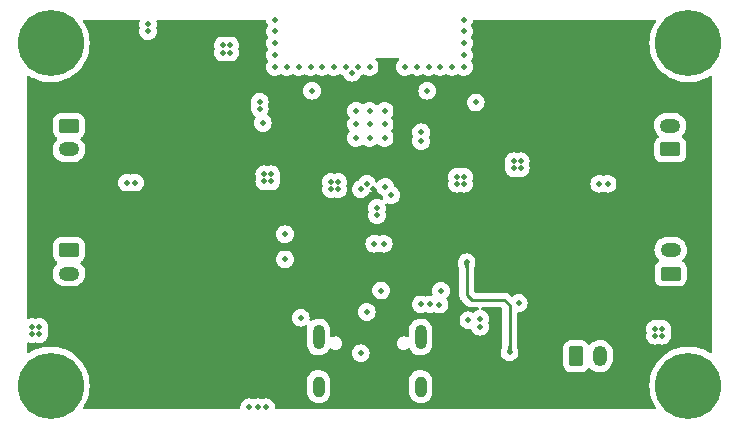
<source format=gbr>
%TF.GenerationSoftware,KiCad,Pcbnew,7.0.9*%
%TF.CreationDate,2023-12-10T21:37:23+08:00*%
%TF.ProjectId,E-Secnt Coach,452d5365-636e-4742-9043-6f6163682e6b,rev?*%
%TF.SameCoordinates,Original*%
%TF.FileFunction,Copper,L3,Inr*%
%TF.FilePolarity,Positive*%
%FSLAX46Y46*%
G04 Gerber Fmt 4.6, Leading zero omitted, Abs format (unit mm)*
G04 Created by KiCad (PCBNEW 7.0.9) date 2023-12-10 21:37:23*
%MOMM*%
%LPD*%
G01*
G04 APERTURE LIST*
G04 Aperture macros list*
%AMRoundRect*
0 Rectangle with rounded corners*
0 $1 Rounding radius*
0 $2 $3 $4 $5 $6 $7 $8 $9 X,Y pos of 4 corners*
0 Add a 4 corners polygon primitive as box body*
4,1,4,$2,$3,$4,$5,$6,$7,$8,$9,$2,$3,0*
0 Add four circle primitives for the rounded corners*
1,1,$1+$1,$2,$3*
1,1,$1+$1,$4,$5*
1,1,$1+$1,$6,$7*
1,1,$1+$1,$8,$9*
0 Add four rect primitives between the rounded corners*
20,1,$1+$1,$2,$3,$4,$5,0*
20,1,$1+$1,$4,$5,$6,$7,0*
20,1,$1+$1,$6,$7,$8,$9,0*
20,1,$1+$1,$8,$9,$2,$3,0*%
G04 Aperture macros list end*
%TA.AperFunction,ComponentPad*%
%ADD10RoundRect,0.250000X0.625000X-0.350000X0.625000X0.350000X-0.625000X0.350000X-0.625000X-0.350000X0*%
%TD*%
%TA.AperFunction,ComponentPad*%
%ADD11O,1.750000X1.200000*%
%TD*%
%TA.AperFunction,ComponentPad*%
%ADD12C,5.600000*%
%TD*%
%TA.AperFunction,ComponentPad*%
%ADD13RoundRect,0.250000X-0.625000X0.350000X-0.625000X-0.350000X0.625000X-0.350000X0.625000X0.350000X0*%
%TD*%
%TA.AperFunction,ComponentPad*%
%ADD14O,1.000000X2.100000*%
%TD*%
%TA.AperFunction,ComponentPad*%
%ADD15O,1.000000X1.800000*%
%TD*%
%TA.AperFunction,ComponentPad*%
%ADD16RoundRect,0.250000X-0.350000X-0.625000X0.350000X-0.625000X0.350000X0.625000X-0.350000X0.625000X0*%
%TD*%
%TA.AperFunction,ComponentPad*%
%ADD17O,1.200000X1.750000*%
%TD*%
%TA.AperFunction,ViaPad*%
%ADD18C,0.500000*%
%TD*%
%TA.AperFunction,Conductor*%
%ADD19C,0.254000*%
%TD*%
G04 APERTURE END LIST*
D10*
%TO.N,Net-(J4-Pin_1)*%
%TO.C,J4*%
X165450000Y-84000000D03*
D11*
%TO.N,Net-(J4-Pin_2)*%
X165450000Y-82000000D03*
%TD*%
D12*
%TO.N,GND*%
%TO.C,REF\u002A\u002A*%
X167000000Y-104000000D03*
%TD*%
D13*
%TO.N,Net-(J3-Pin_1)*%
%TO.C,J3*%
X114550000Y-92500000D03*
D11*
%TO.N,Net-(J3-Pin_2)*%
X114550000Y-94500000D03*
%TD*%
D12*
%TO.N,GND*%
%TO.C,REF\u002A\u002A*%
X113000000Y-75000000D03*
%TD*%
D14*
%TO.N,GND*%
%TO.C,J1*%
X135680000Y-99875000D03*
D15*
X135680000Y-104075000D03*
D14*
X144320000Y-99875000D03*
D15*
X144320000Y-104075000D03*
%TD*%
D10*
%TO.N,Net-(J5-Pin_1)*%
%TO.C,J5*%
X165500000Y-94500000D03*
D11*
%TO.N,Net-(J5-Pin_2)*%
X165500000Y-92500000D03*
%TD*%
D12*
%TO.N,GND*%
%TO.C,REF\u002A\u002A*%
X167000000Y-75000000D03*
%TD*%
D13*
%TO.N,Net-(J2-Pin_1)*%
%TO.C,J2*%
X114550000Y-82000000D03*
D11*
%TO.N,Net-(J2-Pin_2)*%
X114550000Y-84000000D03*
%TD*%
D16*
%TO.N,+BATT*%
%TO.C,J6*%
X157500000Y-101500000D03*
D17*
%TO.N,GND*%
X159500000Y-101500000D03*
%TD*%
D12*
%TO.N,GND*%
%TO.C,REF\u002A\u002A*%
X113000000Y-104000000D03*
%TD*%
D18*
%TO.N,GND*%
X148990000Y-80020000D03*
X147000000Y-77000000D03*
X144000000Y-77000000D03*
X132000000Y-74000000D03*
X152200000Y-85600000D03*
X127590000Y-75790000D03*
X140000000Y-81872000D03*
X138857000Y-83015000D03*
X133000000Y-77000000D03*
X136740000Y-86750000D03*
X136740000Y-87350000D03*
X130957600Y-81745000D03*
X143000000Y-77000000D03*
X140000000Y-83015000D03*
X148000000Y-77000000D03*
X152200000Y-85000000D03*
X128190000Y-75790000D03*
X140000000Y-77000000D03*
X148000000Y-86900000D03*
X132000000Y-76000000D03*
X128190000Y-75190000D03*
X138000000Y-77000000D03*
X140000000Y-80729000D03*
X112050000Y-99620000D03*
X138857000Y-80729000D03*
X164780000Y-99160000D03*
X132000000Y-73000000D03*
X131680000Y-86110000D03*
X164180000Y-99760000D03*
X137000000Y-77000000D03*
X141270000Y-83015000D03*
X137340000Y-87350000D03*
X137340000Y-86750000D03*
X148000000Y-76000000D03*
X147400000Y-86300000D03*
X111450000Y-99020000D03*
X164180000Y-99160000D03*
X148370000Y-98470000D03*
X140630000Y-89560000D03*
X152800000Y-85600000D03*
X148000000Y-75000000D03*
X134000000Y-77000000D03*
X130690000Y-80530000D03*
X145000000Y-77000000D03*
X140980000Y-95940000D03*
X152800000Y-85000000D03*
X148000000Y-74000000D03*
X136000000Y-77000000D03*
X140630000Y-88950000D03*
X132000000Y-75000000D03*
X131080000Y-86710000D03*
X130690000Y-79940000D03*
X131080000Y-86110000D03*
X127590000Y-75190000D03*
X148000000Y-86300000D03*
X148000000Y-73000000D03*
X138857000Y-81872000D03*
X146000000Y-77000000D03*
X147400000Y-86900000D03*
X112050000Y-99020000D03*
X139000000Y-77000000D03*
X131680000Y-86710000D03*
X141270000Y-80729000D03*
X164780000Y-99760000D03*
X111450000Y-99620000D03*
X132000000Y-77000000D03*
X135000000Y-77000000D03*
X141270000Y-81872000D03*
X146040000Y-95960000D03*
%TO.N,/D+*%
X139750000Y-97750000D03*
X139760000Y-86895000D03*
%TO.N,/D-*%
X139250000Y-101250000D03*
X139237000Y-87381031D03*
%TO.N,+3V3*%
X125250000Y-100700000D03*
X141250000Y-77450000D03*
X140266057Y-87377918D03*
X146775000Y-101430000D03*
X122600000Y-100700000D03*
X146025000Y-80200000D03*
X123250000Y-100700000D03*
X144130000Y-87580000D03*
X133775000Y-80250000D03*
X124575000Y-100700000D03*
X123900000Y-100700000D03*
X143700000Y-77870000D03*
X136000000Y-91085000D03*
X146625000Y-84525000D03*
%TO.N,PWM_3*%
X135130000Y-79020000D03*
X144890000Y-79020000D03*
%TO.N,/IO0*%
X132840000Y-91180000D03*
X132840000Y-93310000D03*
%TO.N,/EN*%
X134170000Y-98240000D03*
X138510724Y-77499912D03*
%TO.N,/TX*%
X141852955Y-87891811D03*
X144360000Y-83290000D03*
%TO.N,/RX*%
X141340000Y-87155000D03*
X144370000Y-82540000D03*
%TO.N,+BATT*%
X149350000Y-99007003D03*
X149350000Y-98357500D03*
%TO.N,Net-(U4-PROG)*%
X148210000Y-93560000D03*
X151850000Y-101180000D03*
%TO.N,VCC*%
X120150000Y-86800000D03*
X121250000Y-73400000D03*
X131220000Y-105820000D03*
X144340000Y-97120000D03*
X145110000Y-97120000D03*
X145920000Y-97130000D03*
X141190000Y-91970000D03*
X121250000Y-73998000D03*
X129810000Y-105820000D03*
X119425000Y-86800000D03*
X160149503Y-86900000D03*
X140400000Y-91970000D03*
X159456400Y-86901200D03*
X130530000Y-105820000D03*
X152630000Y-97010000D03*
%TD*%
D19*
%TO.N,Net-(U4-PROG)*%
X148210000Y-93560000D02*
X148210000Y-96320000D01*
X148640000Y-96750000D02*
X151400000Y-96750000D01*
X148210000Y-96320000D02*
X148640000Y-96750000D01*
X151400000Y-96750000D02*
X151850000Y-97200000D01*
X151850000Y-97200000D02*
X151850000Y-101180000D01*
%TD*%
%TA.AperFunction,Conductor*%
%TO.N,+3V3*%
G36*
X120487123Y-73019685D02*
G01*
X120532878Y-73072489D01*
X120542822Y-73141647D01*
X120537126Y-73164954D01*
X120513686Y-73231942D01*
X120494751Y-73399997D01*
X120494751Y-73400002D01*
X120513686Y-73568058D01*
X120545173Y-73658047D01*
X120548734Y-73727826D01*
X120545173Y-73739953D01*
X120513686Y-73829941D01*
X120494751Y-73997997D01*
X120494751Y-73998002D01*
X120513685Y-74166056D01*
X120569545Y-74325694D01*
X120569547Y-74325697D01*
X120659518Y-74468884D01*
X120659523Y-74468890D01*
X120779109Y-74588476D01*
X120779115Y-74588481D01*
X120922302Y-74678452D01*
X120922305Y-74678454D01*
X120922309Y-74678455D01*
X120922310Y-74678456D01*
X120994913Y-74703860D01*
X121081943Y-74734314D01*
X121249997Y-74753249D01*
X121250000Y-74753249D01*
X121250003Y-74753249D01*
X121418056Y-74734314D01*
X121418059Y-74734313D01*
X121577690Y-74678456D01*
X121577692Y-74678454D01*
X121577694Y-74678454D01*
X121577697Y-74678452D01*
X121720884Y-74588481D01*
X121720885Y-74588480D01*
X121720890Y-74588477D01*
X121840477Y-74468890D01*
X121850030Y-74453687D01*
X121930452Y-74325697D01*
X121930454Y-74325694D01*
X121930454Y-74325692D01*
X121930456Y-74325690D01*
X121986313Y-74166059D01*
X121986313Y-74166058D01*
X121986314Y-74166056D01*
X122005249Y-73998002D01*
X122005249Y-73997997D01*
X121986313Y-73829940D01*
X121986313Y-73829939D01*
X121954826Y-73739955D01*
X121951264Y-73670176D01*
X121954826Y-73658045D01*
X121986313Y-73568060D01*
X121986313Y-73568059D01*
X122005249Y-73400002D01*
X122005249Y-73399997D01*
X121986313Y-73231942D01*
X121962874Y-73164954D01*
X121959313Y-73095175D01*
X121994042Y-73034548D01*
X122056036Y-73002321D01*
X122079916Y-73000000D01*
X131133938Y-73000000D01*
X131200977Y-73019685D01*
X131246732Y-73072489D01*
X131257158Y-73110117D01*
X131263685Y-73168055D01*
X131319545Y-73327692D01*
X131386361Y-73434028D01*
X131405361Y-73501264D01*
X131386361Y-73565972D01*
X131319545Y-73672307D01*
X131263685Y-73831943D01*
X131244751Y-73999997D01*
X131244751Y-74000002D01*
X131263685Y-74168056D01*
X131319545Y-74327692D01*
X131386361Y-74434028D01*
X131405361Y-74501264D01*
X131386361Y-74565972D01*
X131319545Y-74672307D01*
X131263685Y-74831943D01*
X131244751Y-74999997D01*
X131244751Y-75000002D01*
X131263685Y-75168056D01*
X131319545Y-75327692D01*
X131386361Y-75434028D01*
X131405361Y-75501264D01*
X131386361Y-75565972D01*
X131319545Y-75672307D01*
X131263685Y-75831943D01*
X131244751Y-75999997D01*
X131244751Y-76000002D01*
X131263685Y-76168056D01*
X131299614Y-76270733D01*
X131316324Y-76318489D01*
X131319545Y-76327692D01*
X131386361Y-76434028D01*
X131405361Y-76501264D01*
X131386361Y-76565972D01*
X131319545Y-76672307D01*
X131263685Y-76831943D01*
X131244751Y-76999997D01*
X131244751Y-77000002D01*
X131263685Y-77168056D01*
X131319545Y-77327694D01*
X131319547Y-77327697D01*
X131409518Y-77470884D01*
X131409523Y-77470890D01*
X131529109Y-77590476D01*
X131529115Y-77590481D01*
X131672302Y-77680452D01*
X131672305Y-77680454D01*
X131672309Y-77680455D01*
X131672310Y-77680456D01*
X131712829Y-77694634D01*
X131831943Y-77736314D01*
X131999997Y-77755249D01*
X132000000Y-77755249D01*
X132000003Y-77755249D01*
X132168056Y-77736314D01*
X132169525Y-77735800D01*
X132327690Y-77680456D01*
X132434028Y-77613638D01*
X132501263Y-77594638D01*
X132565970Y-77613638D01*
X132626589Y-77651727D01*
X132672306Y-77680454D01*
X132672307Y-77680454D01*
X132672310Y-77680456D01*
X132768022Y-77713947D01*
X132831943Y-77736314D01*
X132999997Y-77755249D01*
X133000000Y-77755249D01*
X133000003Y-77755249D01*
X133168056Y-77736314D01*
X133169525Y-77735800D01*
X133327690Y-77680456D01*
X133434028Y-77613638D01*
X133501263Y-77594638D01*
X133565970Y-77613638D01*
X133626589Y-77651727D01*
X133672306Y-77680454D01*
X133672307Y-77680454D01*
X133672310Y-77680456D01*
X133768022Y-77713947D01*
X133831943Y-77736314D01*
X133999997Y-77755249D01*
X134000000Y-77755249D01*
X134000003Y-77755249D01*
X134168056Y-77736314D01*
X134169525Y-77735800D01*
X134327690Y-77680456D01*
X134434028Y-77613638D01*
X134501263Y-77594638D01*
X134565970Y-77613638D01*
X134626589Y-77651727D01*
X134672306Y-77680454D01*
X134672307Y-77680454D01*
X134672310Y-77680456D01*
X134768022Y-77713947D01*
X134831943Y-77736314D01*
X134999997Y-77755249D01*
X135000000Y-77755249D01*
X135000003Y-77755249D01*
X135168056Y-77736314D01*
X135169525Y-77735800D01*
X135327690Y-77680456D01*
X135434028Y-77613638D01*
X135501263Y-77594638D01*
X135565970Y-77613638D01*
X135626589Y-77651727D01*
X135672306Y-77680454D01*
X135672307Y-77680454D01*
X135672310Y-77680456D01*
X135768022Y-77713947D01*
X135831943Y-77736314D01*
X135999997Y-77755249D01*
X136000000Y-77755249D01*
X136000003Y-77755249D01*
X136168056Y-77736314D01*
X136169525Y-77735800D01*
X136327690Y-77680456D01*
X136434028Y-77613638D01*
X136501263Y-77594638D01*
X136565970Y-77613638D01*
X136626589Y-77651727D01*
X136672306Y-77680454D01*
X136672307Y-77680454D01*
X136672310Y-77680456D01*
X136768022Y-77713947D01*
X136831943Y-77736314D01*
X136999997Y-77755249D01*
X137000000Y-77755249D01*
X137000003Y-77755249D01*
X137168056Y-77736314D01*
X137169525Y-77735800D01*
X137327690Y-77680456D01*
X137434028Y-77613638D01*
X137501263Y-77594638D01*
X137565970Y-77613638D01*
X137672310Y-77680456D01*
X137712828Y-77694634D01*
X137737269Y-77703186D01*
X137794046Y-77743907D01*
X137813354Y-77779266D01*
X137830268Y-77827602D01*
X137830270Y-77827605D01*
X137830271Y-77827608D01*
X137830272Y-77827611D01*
X137920242Y-77970796D01*
X137920247Y-77970802D01*
X138039833Y-78090388D01*
X138039839Y-78090393D01*
X138183026Y-78180364D01*
X138183029Y-78180366D01*
X138183033Y-78180367D01*
X138183034Y-78180368D01*
X138255637Y-78205772D01*
X138342667Y-78236226D01*
X138510721Y-78255161D01*
X138510724Y-78255161D01*
X138510727Y-78255161D01*
X138678780Y-78236226D01*
X138678783Y-78236225D01*
X138838414Y-78180368D01*
X138838416Y-78180366D01*
X138838418Y-78180366D01*
X138838421Y-78180364D01*
X138981608Y-78090393D01*
X138981609Y-78090392D01*
X138981614Y-78090389D01*
X139101201Y-77970802D01*
X139132923Y-77920317D01*
X139191176Y-77827609D01*
X139191180Y-77827602D01*
X139200561Y-77800791D01*
X139211082Y-77770722D01*
X139251803Y-77713947D01*
X139287171Y-77694634D01*
X139288231Y-77694262D01*
X139327690Y-77680456D01*
X139327694Y-77680454D01*
X139356810Y-77662158D01*
X139434028Y-77613638D01*
X139501263Y-77594638D01*
X139565970Y-77613638D01*
X139626589Y-77651727D01*
X139672306Y-77680454D01*
X139672307Y-77680454D01*
X139672310Y-77680456D01*
X139768022Y-77713947D01*
X139831943Y-77736314D01*
X139999997Y-77755249D01*
X140000000Y-77755249D01*
X140000003Y-77755249D01*
X140168056Y-77736314D01*
X140169525Y-77735800D01*
X140327690Y-77680456D01*
X140327692Y-77680454D01*
X140327694Y-77680454D01*
X140327697Y-77680452D01*
X140470884Y-77590481D01*
X140470885Y-77590480D01*
X140470890Y-77590477D01*
X140590477Y-77470890D01*
X140680452Y-77327697D01*
X140680454Y-77327694D01*
X140680454Y-77327692D01*
X140680456Y-77327690D01*
X140736313Y-77168059D01*
X140736313Y-77168058D01*
X140736314Y-77168056D01*
X140755249Y-77000002D01*
X140755249Y-76999997D01*
X140736314Y-76831943D01*
X140680454Y-76672305D01*
X140680452Y-76672302D01*
X140590481Y-76529115D01*
X140590476Y-76529109D01*
X140519048Y-76457681D01*
X140485563Y-76396358D01*
X140490547Y-76326666D01*
X140532419Y-76270733D01*
X140597883Y-76246316D01*
X140606729Y-76246000D01*
X142393271Y-76246000D01*
X142460310Y-76265685D01*
X142506065Y-76318489D01*
X142516009Y-76387647D01*
X142486984Y-76451203D01*
X142480952Y-76457681D01*
X142409523Y-76529109D01*
X142409518Y-76529115D01*
X142319547Y-76672302D01*
X142319545Y-76672305D01*
X142263685Y-76831943D01*
X142244751Y-76999997D01*
X142244751Y-77000002D01*
X142263685Y-77168056D01*
X142319545Y-77327694D01*
X142319547Y-77327697D01*
X142409518Y-77470884D01*
X142409523Y-77470890D01*
X142529109Y-77590476D01*
X142529115Y-77590481D01*
X142672302Y-77680452D01*
X142672305Y-77680454D01*
X142672309Y-77680455D01*
X142672310Y-77680456D01*
X142712829Y-77694634D01*
X142831943Y-77736314D01*
X142999997Y-77755249D01*
X143000000Y-77755249D01*
X143000003Y-77755249D01*
X143168056Y-77736314D01*
X143169525Y-77735800D01*
X143327690Y-77680456D01*
X143434028Y-77613638D01*
X143501263Y-77594638D01*
X143565970Y-77613638D01*
X143626589Y-77651727D01*
X143672306Y-77680454D01*
X143672307Y-77680454D01*
X143672310Y-77680456D01*
X143768022Y-77713947D01*
X143831943Y-77736314D01*
X143999997Y-77755249D01*
X144000000Y-77755249D01*
X144000003Y-77755249D01*
X144168056Y-77736314D01*
X144169525Y-77735800D01*
X144327690Y-77680456D01*
X144434028Y-77613638D01*
X144501263Y-77594638D01*
X144565970Y-77613638D01*
X144626589Y-77651727D01*
X144672306Y-77680454D01*
X144672307Y-77680454D01*
X144672310Y-77680456D01*
X144768022Y-77713947D01*
X144831943Y-77736314D01*
X144999997Y-77755249D01*
X145000000Y-77755249D01*
X145000003Y-77755249D01*
X145168056Y-77736314D01*
X145169525Y-77735800D01*
X145327690Y-77680456D01*
X145434028Y-77613638D01*
X145501263Y-77594638D01*
X145565970Y-77613638D01*
X145626589Y-77651727D01*
X145672306Y-77680454D01*
X145672307Y-77680454D01*
X145672310Y-77680456D01*
X145768022Y-77713947D01*
X145831943Y-77736314D01*
X145999997Y-77755249D01*
X146000000Y-77755249D01*
X146000003Y-77755249D01*
X146168056Y-77736314D01*
X146169525Y-77735800D01*
X146327690Y-77680456D01*
X146434028Y-77613638D01*
X146501263Y-77594638D01*
X146565970Y-77613638D01*
X146626589Y-77651727D01*
X146672306Y-77680454D01*
X146672307Y-77680454D01*
X146672310Y-77680456D01*
X146768022Y-77713947D01*
X146831943Y-77736314D01*
X146999997Y-77755249D01*
X147000000Y-77755249D01*
X147000003Y-77755249D01*
X147168056Y-77736314D01*
X147169525Y-77735800D01*
X147327690Y-77680456D01*
X147434028Y-77613638D01*
X147501263Y-77594638D01*
X147565970Y-77613638D01*
X147626589Y-77651727D01*
X147672306Y-77680454D01*
X147672307Y-77680454D01*
X147672310Y-77680456D01*
X147768022Y-77713947D01*
X147831943Y-77736314D01*
X147999997Y-77755249D01*
X148000000Y-77755249D01*
X148000003Y-77755249D01*
X148168056Y-77736314D01*
X148169525Y-77735800D01*
X148327690Y-77680456D01*
X148327692Y-77680454D01*
X148327694Y-77680454D01*
X148327697Y-77680452D01*
X148470884Y-77590481D01*
X148470885Y-77590480D01*
X148470890Y-77590477D01*
X148590477Y-77470890D01*
X148680452Y-77327697D01*
X148680454Y-77327694D01*
X148680454Y-77327692D01*
X148680456Y-77327690D01*
X148736313Y-77168059D01*
X148736313Y-77168058D01*
X148736314Y-77168056D01*
X148755249Y-77000002D01*
X148755249Y-76999997D01*
X148736314Y-76831943D01*
X148717694Y-76778730D01*
X148680456Y-76672310D01*
X148680454Y-76672307D01*
X148680454Y-76672306D01*
X148651727Y-76626589D01*
X148613638Y-76565971D01*
X148594638Y-76498737D01*
X148613639Y-76434028D01*
X148680456Y-76327690D01*
X148736313Y-76168059D01*
X148736313Y-76168058D01*
X148736314Y-76168056D01*
X148755249Y-76000002D01*
X148755249Y-75999997D01*
X148736314Y-75831943D01*
X148693837Y-75710552D01*
X148680456Y-75672310D01*
X148680454Y-75672307D01*
X148680454Y-75672306D01*
X148648806Y-75621939D01*
X148613638Y-75565971D01*
X148594638Y-75498737D01*
X148613639Y-75434028D01*
X148680456Y-75327690D01*
X148736313Y-75168059D01*
X148736313Y-75168058D01*
X148736314Y-75168056D01*
X148755249Y-75000002D01*
X148755249Y-74999997D01*
X148736314Y-74831943D01*
X148717694Y-74778730D01*
X148680456Y-74672310D01*
X148680454Y-74672307D01*
X148680454Y-74672306D01*
X148651727Y-74626589D01*
X148613638Y-74565971D01*
X148594638Y-74498737D01*
X148613639Y-74434028D01*
X148680456Y-74327690D01*
X148736313Y-74168059D01*
X148736313Y-74168058D01*
X148736314Y-74168056D01*
X148755249Y-74000002D01*
X148755249Y-73999997D01*
X148736314Y-73831943D01*
X148704125Y-73739953D01*
X148680456Y-73672310D01*
X148680454Y-73672307D01*
X148680454Y-73672306D01*
X148651727Y-73626589D01*
X148613638Y-73565971D01*
X148594638Y-73498737D01*
X148613639Y-73434028D01*
X148680456Y-73327690D01*
X148736313Y-73168059D01*
X148736313Y-73168057D01*
X148736314Y-73168055D01*
X148742842Y-73110117D01*
X148769908Y-73045703D01*
X148827503Y-73006148D01*
X148866062Y-73000000D01*
X164134535Y-73000000D01*
X164201574Y-73019685D01*
X164247329Y-73072489D01*
X164257273Y-73141647D01*
X164237168Y-73193587D01*
X164167790Y-73295911D01*
X164000151Y-73612111D01*
X164000142Y-73612129D01*
X163867674Y-73944600D01*
X163867672Y-73944607D01*
X163771932Y-74289434D01*
X163771926Y-74289460D01*
X163714029Y-74642614D01*
X163714028Y-74642631D01*
X163694652Y-74999997D01*
X163694652Y-75000002D01*
X163714028Y-75357368D01*
X163714029Y-75357385D01*
X163771926Y-75710539D01*
X163771932Y-75710565D01*
X163867672Y-76055392D01*
X163867674Y-76055399D01*
X164000142Y-76387870D01*
X164000151Y-76387888D01*
X164167784Y-76704077D01*
X164167787Y-76704082D01*
X164167789Y-76704085D01*
X164368425Y-77000002D01*
X164368634Y-77000309D01*
X164368641Y-77000319D01*
X164511121Y-77168059D01*
X164600332Y-77273086D01*
X164860163Y-77519211D01*
X165145081Y-77735800D01*
X165451747Y-77920315D01*
X165451749Y-77920316D01*
X165451751Y-77920317D01*
X165451755Y-77920319D01*
X165560860Y-77970796D01*
X165776565Y-78070591D01*
X166115726Y-78184868D01*
X166465254Y-78261805D01*
X166821052Y-78300500D01*
X166821058Y-78300500D01*
X167178942Y-78300500D01*
X167178948Y-78300500D01*
X167534746Y-78261805D01*
X167884274Y-78184868D01*
X168223435Y-78070591D01*
X168548253Y-77920315D01*
X168812073Y-77761579D01*
X168879663Y-77743884D01*
X168946092Y-77765540D01*
X168990267Y-77819673D01*
X169000000Y-77867830D01*
X169000000Y-101132168D01*
X168980315Y-101199207D01*
X168927511Y-101244962D01*
X168858353Y-101254906D01*
X168812072Y-101238419D01*
X168635480Y-101132168D01*
X168548253Y-101079685D01*
X168548247Y-101079682D01*
X168548244Y-101079680D01*
X168223447Y-100929414D01*
X168223441Y-100929411D01*
X168223435Y-100929409D01*
X168053854Y-100872270D01*
X167884273Y-100815131D01*
X167534744Y-100738194D01*
X167178949Y-100699500D01*
X167178948Y-100699500D01*
X166821052Y-100699500D01*
X166821050Y-100699500D01*
X166465255Y-100738194D01*
X166115726Y-100815131D01*
X165870677Y-100897699D01*
X165776565Y-100929409D01*
X165776563Y-100929410D01*
X165776552Y-100929414D01*
X165451755Y-101079680D01*
X165451751Y-101079682D01*
X165297354Y-101172580D01*
X165145081Y-101264200D01*
X165061301Y-101327888D01*
X164860172Y-101480781D01*
X164860163Y-101480789D01*
X164600331Y-101726914D01*
X164368641Y-101999680D01*
X164368634Y-101999690D01*
X164167790Y-102295913D01*
X164167784Y-102295922D01*
X164000151Y-102612111D01*
X164000142Y-102612129D01*
X163867674Y-102944600D01*
X163867672Y-102944607D01*
X163771932Y-103289434D01*
X163771926Y-103289460D01*
X163714029Y-103642614D01*
X163714028Y-103642631D01*
X163694652Y-103999997D01*
X163694652Y-104000002D01*
X163714028Y-104357368D01*
X163714029Y-104357385D01*
X163771926Y-104710539D01*
X163771932Y-104710565D01*
X163867672Y-105055392D01*
X163867674Y-105055399D01*
X164000142Y-105387870D01*
X164000151Y-105387888D01*
X164167790Y-105704088D01*
X164237168Y-105806413D01*
X164258497Y-105872947D01*
X164240469Y-105940451D01*
X164188808Y-105987492D01*
X164134535Y-106000000D01*
X132093724Y-106000000D01*
X132026685Y-105980315D01*
X131980930Y-105927511D01*
X131970504Y-105862116D01*
X131975249Y-105820002D01*
X131975249Y-105819997D01*
X131956314Y-105651943D01*
X131900454Y-105492305D01*
X131900452Y-105492302D01*
X131810481Y-105349115D01*
X131810476Y-105349109D01*
X131690890Y-105229523D01*
X131690884Y-105229518D01*
X131547697Y-105139547D01*
X131547694Y-105139545D01*
X131388056Y-105083685D01*
X131220003Y-105064751D01*
X131219997Y-105064751D01*
X131051942Y-105083686D01*
X130915954Y-105131270D01*
X130846175Y-105134831D01*
X130834046Y-105131270D01*
X130698057Y-105083686D01*
X130530003Y-105064751D01*
X130529997Y-105064751D01*
X130361942Y-105083686D01*
X130210954Y-105136519D01*
X130141176Y-105140080D01*
X130129046Y-105136519D01*
X129978057Y-105083686D01*
X129810003Y-105064751D01*
X129809997Y-105064751D01*
X129641943Y-105083685D01*
X129482305Y-105139545D01*
X129482302Y-105139547D01*
X129339115Y-105229518D01*
X129339109Y-105229523D01*
X129219523Y-105349109D01*
X129219518Y-105349115D01*
X129129547Y-105492302D01*
X129129545Y-105492305D01*
X129073685Y-105651943D01*
X129054751Y-105819997D01*
X129054751Y-105820002D01*
X129059496Y-105862116D01*
X129047442Y-105930938D01*
X129000092Y-105982318D01*
X128936276Y-106000000D01*
X115865465Y-106000000D01*
X115798426Y-105980315D01*
X115752671Y-105927511D01*
X115742727Y-105858353D01*
X115762832Y-105806413D01*
X115832209Y-105704088D01*
X115944487Y-105492310D01*
X115999853Y-105387880D01*
X116132324Y-105055403D01*
X116228071Y-104710552D01*
X116258369Y-104525743D01*
X134679500Y-104525743D01*
X134694925Y-104677439D01*
X134755837Y-104871579D01*
X134755844Y-104871594D01*
X134854589Y-105049499D01*
X134854592Y-105049504D01*
X134987132Y-105203893D01*
X134987134Y-105203895D01*
X135148037Y-105328445D01*
X135148038Y-105328445D01*
X135148042Y-105328448D01*
X135330729Y-105418060D01*
X135527715Y-105469063D01*
X135730936Y-105479369D01*
X135932071Y-105448556D01*
X136122887Y-105377886D01*
X136295571Y-105270252D01*
X136443053Y-105130059D01*
X136559295Y-104963049D01*
X136639540Y-104776058D01*
X136680500Y-104576741D01*
X136680500Y-104525743D01*
X143319500Y-104525743D01*
X143334925Y-104677439D01*
X143395837Y-104871579D01*
X143395844Y-104871594D01*
X143494589Y-105049499D01*
X143494592Y-105049504D01*
X143627132Y-105203893D01*
X143627134Y-105203895D01*
X143788037Y-105328445D01*
X143788038Y-105328445D01*
X143788042Y-105328448D01*
X143970729Y-105418060D01*
X144167715Y-105469063D01*
X144370936Y-105479369D01*
X144572071Y-105448556D01*
X144762887Y-105377886D01*
X144935571Y-105270252D01*
X145083053Y-105130059D01*
X145199295Y-104963049D01*
X145279540Y-104776058D01*
X145320500Y-104576741D01*
X145320500Y-103624258D01*
X145305074Y-103472562D01*
X145305074Y-103472560D01*
X145244162Y-103278420D01*
X145244160Y-103278416D01*
X145244159Y-103278412D01*
X145145409Y-103100498D01*
X145145408Y-103100497D01*
X145145407Y-103100495D01*
X145012867Y-102946106D01*
X145012865Y-102946104D01*
X144851962Y-102821554D01*
X144851959Y-102821553D01*
X144851958Y-102821552D01*
X144669271Y-102731940D01*
X144472285Y-102680937D01*
X144472287Y-102680937D01*
X144336804Y-102674066D01*
X144269064Y-102670631D01*
X144269063Y-102670631D01*
X144269061Y-102670631D01*
X144067936Y-102701442D01*
X144067924Y-102701445D01*
X143877118Y-102772111D01*
X143877111Y-102772115D01*
X143704432Y-102879745D01*
X143704427Y-102879749D01*
X143556949Y-103019938D01*
X143556948Y-103019940D01*
X143440705Y-103186949D01*
X143360459Y-103373943D01*
X143319500Y-103573258D01*
X143319500Y-104525743D01*
X136680500Y-104525743D01*
X136680500Y-103624258D01*
X136665074Y-103472562D01*
X136665074Y-103472560D01*
X136604162Y-103278420D01*
X136604160Y-103278416D01*
X136604159Y-103278412D01*
X136505409Y-103100498D01*
X136505408Y-103100497D01*
X136505407Y-103100495D01*
X136372867Y-102946106D01*
X136372865Y-102946104D01*
X136211962Y-102821554D01*
X136211959Y-102821553D01*
X136211958Y-102821552D01*
X136029271Y-102731940D01*
X135832285Y-102680937D01*
X135832287Y-102680937D01*
X135696804Y-102674066D01*
X135629064Y-102670631D01*
X135629063Y-102670631D01*
X135629061Y-102670631D01*
X135427936Y-102701442D01*
X135427924Y-102701445D01*
X135237118Y-102772111D01*
X135237111Y-102772115D01*
X135064432Y-102879745D01*
X135064427Y-102879749D01*
X134916949Y-103019938D01*
X134916948Y-103019940D01*
X134800705Y-103186949D01*
X134720459Y-103373943D01*
X134679500Y-103573258D01*
X134679500Y-104525743D01*
X116258369Y-104525743D01*
X116285972Y-104357371D01*
X116305348Y-104000000D01*
X116285972Y-103642629D01*
X116282960Y-103624258D01*
X116228073Y-103289460D01*
X116228072Y-103289459D01*
X116228071Y-103289448D01*
X116132743Y-102946105D01*
X116132327Y-102944607D01*
X116132325Y-102944600D01*
X116106288Y-102879253D01*
X116063601Y-102772115D01*
X115999857Y-102612129D01*
X115999848Y-102612111D01*
X115998986Y-102610486D01*
X115910897Y-102444331D01*
X115832215Y-102295922D01*
X115832213Y-102295919D01*
X115832211Y-102295915D01*
X115750229Y-102175001D01*
X156399500Y-102175001D01*
X156399501Y-102175018D01*
X156410000Y-102277796D01*
X156410001Y-102277799D01*
X156441443Y-102372682D01*
X156465186Y-102444334D01*
X156557288Y-102593656D01*
X156681344Y-102717712D01*
X156830666Y-102809814D01*
X156997203Y-102864999D01*
X157099991Y-102875500D01*
X157900008Y-102875499D01*
X157900016Y-102875498D01*
X157900019Y-102875498D01*
X157961143Y-102869254D01*
X158002797Y-102864999D01*
X158169334Y-102809814D01*
X158318656Y-102717712D01*
X158442712Y-102593656D01*
X158481815Y-102530258D01*
X158533761Y-102483535D01*
X158602723Y-102472312D01*
X158666806Y-102500155D01*
X158684824Y-102518705D01*
X158699907Y-102537885D01*
X158699909Y-102537887D01*
X158858746Y-102675521D01*
X159040750Y-102780601D01*
X159040752Y-102780601D01*
X159040756Y-102780604D01*
X159239367Y-102849344D01*
X159447398Y-102879254D01*
X159657330Y-102869254D01*
X159861576Y-102819704D01*
X159965790Y-102772111D01*
X160052743Y-102732401D01*
X160052746Y-102732399D01*
X160052753Y-102732396D01*
X160223952Y-102610486D01*
X160239999Y-102593657D01*
X160368985Y-102458379D01*
X160378010Y-102444336D01*
X160482613Y-102281572D01*
X160560725Y-102086457D01*
X160600500Y-101880085D01*
X160600500Y-101172575D01*
X160585528Y-101015782D01*
X160526316Y-100814125D01*
X160430011Y-100627318D01*
X160430009Y-100627316D01*
X160430008Y-100627313D01*
X160300094Y-100462116D01*
X160300090Y-100462112D01*
X160141253Y-100324478D01*
X159959249Y-100219398D01*
X159959245Y-100219396D01*
X159959244Y-100219396D01*
X159760633Y-100150656D01*
X159552602Y-100120746D01*
X159552598Y-100120746D01*
X159342672Y-100130745D01*
X159138421Y-100180296D01*
X159138417Y-100180298D01*
X158947256Y-100267598D01*
X158947251Y-100267601D01*
X158776046Y-100389515D01*
X158776045Y-100389515D01*
X158678249Y-100492082D01*
X158617740Y-100527017D01*
X158547949Y-100523692D01*
X158491035Y-100483164D01*
X158482967Y-100471608D01*
X158476371Y-100460914D01*
X158442712Y-100406344D01*
X158318656Y-100282288D01*
X158225888Y-100225069D01*
X158169336Y-100190187D01*
X158169331Y-100190185D01*
X158139488Y-100180296D01*
X158002797Y-100135001D01*
X158002795Y-100135000D01*
X157900010Y-100124500D01*
X157099998Y-100124500D01*
X157099980Y-100124501D01*
X156997203Y-100135000D01*
X156997200Y-100135001D01*
X156830668Y-100190185D01*
X156830663Y-100190187D01*
X156681342Y-100282289D01*
X156557289Y-100406342D01*
X156465187Y-100555663D01*
X156465186Y-100555666D01*
X156410001Y-100722203D01*
X156410001Y-100722204D01*
X156410000Y-100722204D01*
X156399500Y-100824983D01*
X156399500Y-102175001D01*
X115750229Y-102175001D01*
X115631365Y-101999689D01*
X115631361Y-101999684D01*
X115631358Y-101999680D01*
X115399668Y-101726914D01*
X115319404Y-101650884D01*
X115139837Y-101480789D01*
X115139830Y-101480783D01*
X115139827Y-101480781D01*
X115058638Y-101419063D01*
X114854919Y-101264200D01*
X114548253Y-101079685D01*
X114548252Y-101079684D01*
X114548248Y-101079682D01*
X114548244Y-101079680D01*
X114223447Y-100929414D01*
X114223441Y-100929411D01*
X114223435Y-100929409D01*
X114053854Y-100872270D01*
X113884273Y-100815131D01*
X113534744Y-100738194D01*
X113178949Y-100699500D01*
X113178948Y-100699500D01*
X112821052Y-100699500D01*
X112821050Y-100699500D01*
X112465255Y-100738194D01*
X112115726Y-100815131D01*
X111870677Y-100897699D01*
X111776565Y-100929409D01*
X111776563Y-100929410D01*
X111776552Y-100929414D01*
X111451755Y-101079680D01*
X111187928Y-101238419D01*
X111120337Y-101256114D01*
X111053908Y-101234457D01*
X111009733Y-101180325D01*
X111000000Y-101132168D01*
X111000000Y-100432419D01*
X111019685Y-100365380D01*
X111072489Y-100319625D01*
X111141647Y-100309681D01*
X111164955Y-100315378D01*
X111281939Y-100356313D01*
X111449997Y-100375249D01*
X111450000Y-100375249D01*
X111450003Y-100375249D01*
X111618059Y-100356313D01*
X111618060Y-100356313D01*
X111709045Y-100324476D01*
X111778824Y-100320914D01*
X111790955Y-100324476D01*
X111881939Y-100356313D01*
X112049997Y-100375249D01*
X112050000Y-100375249D01*
X112050003Y-100375249D01*
X112218056Y-100356314D01*
X112234740Y-100350476D01*
X112377690Y-100300456D01*
X112377692Y-100300454D01*
X112377694Y-100300454D01*
X112377697Y-100300452D01*
X112520884Y-100210481D01*
X112520885Y-100210480D01*
X112520890Y-100210477D01*
X112640477Y-100090890D01*
X112640481Y-100090884D01*
X112730452Y-99947697D01*
X112730454Y-99947694D01*
X112730454Y-99947692D01*
X112730456Y-99947690D01*
X112786313Y-99788059D01*
X112786313Y-99788058D01*
X112786314Y-99788056D01*
X112805249Y-99620002D01*
X112805249Y-99619997D01*
X112786313Y-99451940D01*
X112786313Y-99451939D01*
X112754476Y-99360955D01*
X112750914Y-99291176D01*
X112754476Y-99279045D01*
X112786313Y-99188060D01*
X112786313Y-99188059D01*
X112805249Y-99020002D01*
X112805249Y-99019997D01*
X112786314Y-98851943D01*
X112730454Y-98692305D01*
X112730452Y-98692302D01*
X112640481Y-98549115D01*
X112640476Y-98549109D01*
X112520890Y-98429523D01*
X112520884Y-98429518D01*
X112377697Y-98339547D01*
X112377694Y-98339545D01*
X112218056Y-98283685D01*
X112050003Y-98264751D01*
X112049997Y-98264751D01*
X111881941Y-98283686D01*
X111790953Y-98315523D01*
X111721174Y-98319084D01*
X111709047Y-98315523D01*
X111618058Y-98283686D01*
X111450003Y-98264751D01*
X111449997Y-98264751D01*
X111281942Y-98283686D01*
X111164954Y-98324622D01*
X111095176Y-98328183D01*
X111034548Y-98293454D01*
X111006761Y-98240002D01*
X133414751Y-98240002D01*
X133433685Y-98408056D01*
X133489545Y-98567694D01*
X133489547Y-98567697D01*
X133579518Y-98710884D01*
X133579523Y-98710890D01*
X133699109Y-98830476D01*
X133699115Y-98830481D01*
X133842302Y-98920452D01*
X133842305Y-98920454D01*
X133842309Y-98920455D01*
X133842310Y-98920456D01*
X133865070Y-98928420D01*
X134001943Y-98976314D01*
X134169997Y-98995249D01*
X134170000Y-98995249D01*
X134170003Y-98995249D01*
X134338056Y-98976314D01*
X134338059Y-98976313D01*
X134497690Y-98920456D01*
X134532019Y-98898885D01*
X134599254Y-98879885D01*
X134666089Y-98900252D01*
X134711304Y-98953519D01*
X134720543Y-99022775D01*
X134719453Y-99028839D01*
X134679500Y-99223257D01*
X134679500Y-100475743D01*
X134694925Y-100627439D01*
X134755837Y-100821579D01*
X134755844Y-100821594D01*
X134854589Y-100999499D01*
X134854592Y-100999504D01*
X134987132Y-101153893D01*
X134987134Y-101153895D01*
X135148037Y-101278445D01*
X135148038Y-101278445D01*
X135148042Y-101278448D01*
X135330729Y-101368060D01*
X135527715Y-101419063D01*
X135730936Y-101429369D01*
X135932071Y-101398556D01*
X136122887Y-101327886D01*
X136247841Y-101250002D01*
X138494751Y-101250002D01*
X138513685Y-101418056D01*
X138569545Y-101577694D01*
X138569547Y-101577697D01*
X138659518Y-101720884D01*
X138659523Y-101720890D01*
X138779109Y-101840476D01*
X138779115Y-101840481D01*
X138922302Y-101930452D01*
X138922305Y-101930454D01*
X138922309Y-101930455D01*
X138922310Y-101930456D01*
X138936008Y-101935249D01*
X139081943Y-101986314D01*
X139249997Y-102005249D01*
X139250000Y-102005249D01*
X139250003Y-102005249D01*
X139418056Y-101986314D01*
X139418059Y-101986313D01*
X139577690Y-101930456D01*
X139577692Y-101930454D01*
X139577694Y-101930454D01*
X139577697Y-101930452D01*
X139720884Y-101840481D01*
X139720885Y-101840480D01*
X139720890Y-101840477D01*
X139840477Y-101720890D01*
X139930452Y-101577697D01*
X139930454Y-101577694D01*
X139930454Y-101577692D01*
X139930456Y-101577690D01*
X139986313Y-101418059D01*
X139986313Y-101418058D01*
X139986314Y-101418056D01*
X140005249Y-101250002D01*
X140005249Y-101249997D01*
X139986314Y-101081943D01*
X139947318Y-100970499D01*
X139930456Y-100922310D01*
X139930455Y-100922309D01*
X139930454Y-100922305D01*
X139930452Y-100922302D01*
X139840481Y-100779115D01*
X139840476Y-100779109D01*
X139720890Y-100659523D01*
X139720884Y-100659518D01*
X139577697Y-100569547D01*
X139577694Y-100569545D01*
X139418056Y-100513685D01*
X139250003Y-100494751D01*
X139249997Y-100494751D01*
X139081943Y-100513685D01*
X138922305Y-100569545D01*
X138922302Y-100569547D01*
X138779115Y-100659518D01*
X138779109Y-100659523D01*
X138659523Y-100779109D01*
X138659518Y-100779115D01*
X138569547Y-100922302D01*
X138569545Y-100922305D01*
X138513685Y-101081943D01*
X138494751Y-101249997D01*
X138494751Y-101250002D01*
X136247841Y-101250002D01*
X136295571Y-101220252D01*
X136443053Y-101080059D01*
X136559295Y-100913049D01*
X136565875Y-100897716D01*
X136610401Y-100843872D01*
X136676969Y-100822648D01*
X136744444Y-100840783D01*
X136755307Y-100848236D01*
X136784651Y-100870753D01*
X136819765Y-100897697D01*
X136819767Y-100897698D01*
X136959764Y-100955687D01*
X137072280Y-100970500D01*
X137072287Y-100970500D01*
X137147713Y-100970500D01*
X137147720Y-100970500D01*
X137260236Y-100955687D01*
X137400233Y-100897698D01*
X137520451Y-100805451D01*
X137612698Y-100685233D01*
X137670687Y-100545236D01*
X137690466Y-100395000D01*
X142309534Y-100395000D01*
X142329312Y-100545234D01*
X142329313Y-100545236D01*
X142376652Y-100659523D01*
X142387302Y-100685233D01*
X142479549Y-100805451D01*
X142599767Y-100897698D01*
X142739764Y-100955687D01*
X142852280Y-100970500D01*
X142852287Y-100970500D01*
X142927713Y-100970500D01*
X142927720Y-100970500D01*
X143040236Y-100955687D01*
X143180233Y-100897698D01*
X143246962Y-100846494D01*
X143312130Y-100821300D01*
X143380575Y-100835338D01*
X143430565Y-100884151D01*
X143430867Y-100884693D01*
X143494589Y-100999499D01*
X143494592Y-100999504D01*
X143627132Y-101153893D01*
X143627134Y-101153895D01*
X143788037Y-101278445D01*
X143788038Y-101278445D01*
X143788042Y-101278448D01*
X143970729Y-101368060D01*
X144167715Y-101419063D01*
X144370936Y-101429369D01*
X144572071Y-101398556D01*
X144762887Y-101327886D01*
X144935571Y-101220252D01*
X145083053Y-101080059D01*
X145199295Y-100913049D01*
X145279540Y-100726058D01*
X145320500Y-100526741D01*
X145320500Y-99274258D01*
X145313763Y-99208002D01*
X145305074Y-99122560D01*
X145244162Y-98928420D01*
X145244160Y-98928416D01*
X145244159Y-98928412D01*
X145145409Y-98750498D01*
X145145408Y-98750497D01*
X145145407Y-98750495D01*
X145012867Y-98596106D01*
X145012865Y-98596104D01*
X144851962Y-98471554D01*
X144851959Y-98471553D01*
X144851958Y-98471552D01*
X144669271Y-98381940D01*
X144472285Y-98330937D01*
X144472287Y-98330937D01*
X144336804Y-98324066D01*
X144269064Y-98320631D01*
X144269063Y-98320631D01*
X144269061Y-98320631D01*
X144067936Y-98351442D01*
X144067924Y-98351445D01*
X143877118Y-98422111D01*
X143877111Y-98422115D01*
X143704432Y-98529745D01*
X143704427Y-98529749D01*
X143556949Y-98669938D01*
X143556948Y-98669940D01*
X143440705Y-98836949D01*
X143360459Y-99023943D01*
X143319500Y-99223258D01*
X143319500Y-99764408D01*
X143299815Y-99831447D01*
X143247011Y-99877202D01*
X143177853Y-99887146D01*
X143148048Y-99878969D01*
X143040239Y-99834314D01*
X143040237Y-99834313D01*
X143040236Y-99834313D01*
X143018467Y-99831447D01*
X142927727Y-99819500D01*
X142927720Y-99819500D01*
X142852280Y-99819500D01*
X142852272Y-99819500D01*
X142739764Y-99834313D01*
X142739763Y-99834313D01*
X142599770Y-99892300D01*
X142599767Y-99892301D01*
X142599767Y-99892302D01*
X142479549Y-99984549D01*
X142397951Y-100090890D01*
X142387300Y-100104770D01*
X142329313Y-100244763D01*
X142329312Y-100244765D01*
X142309534Y-100394999D01*
X142309534Y-100395000D01*
X137690466Y-100395000D01*
X137686566Y-100365380D01*
X137679295Y-100310145D01*
X137670687Y-100244764D01*
X137612698Y-100104767D01*
X137520451Y-99984549D01*
X137400233Y-99892302D01*
X137400229Y-99892300D01*
X137336801Y-99866027D01*
X137260236Y-99834313D01*
X137238467Y-99831447D01*
X137147727Y-99819500D01*
X137147720Y-99819500D01*
X137072280Y-99819500D01*
X137072272Y-99819500D01*
X136959764Y-99834313D01*
X136959760Y-99834314D01*
X136851952Y-99878969D01*
X136782482Y-99886438D01*
X136720003Y-99855162D01*
X136684352Y-99795073D01*
X136680500Y-99764408D01*
X136680500Y-99274256D01*
X136665074Y-99122560D01*
X136604162Y-98928420D01*
X136604160Y-98928416D01*
X136604159Y-98928412D01*
X136505409Y-98750498D01*
X136505408Y-98750497D01*
X136505407Y-98750495D01*
X136372867Y-98596106D01*
X136372865Y-98596104D01*
X136211962Y-98471554D01*
X136211959Y-98471553D01*
X136211958Y-98471552D01*
X136029271Y-98381940D01*
X135832285Y-98330937D01*
X135832287Y-98330937D01*
X135696804Y-98324066D01*
X135629064Y-98320631D01*
X135629063Y-98320631D01*
X135629061Y-98320631D01*
X135427936Y-98351442D01*
X135427924Y-98351445D01*
X135237118Y-98422111D01*
X135237114Y-98422113D01*
X135237113Y-98422114D01*
X135160283Y-98470002D01*
X135097130Y-98509365D01*
X135029825Y-98528120D01*
X134963064Y-98507510D01*
X134918044Y-98454079D01*
X134908320Y-98390248D01*
X134925249Y-98240002D01*
X134925249Y-98239997D01*
X134906314Y-98071943D01*
X134875860Y-97984913D01*
X134850456Y-97912310D01*
X134850455Y-97912309D01*
X134850454Y-97912305D01*
X134850452Y-97912302D01*
X134760481Y-97769115D01*
X134760476Y-97769109D01*
X134741369Y-97750002D01*
X138994751Y-97750002D01*
X139013685Y-97918056D01*
X139069545Y-98077694D01*
X139069547Y-98077697D01*
X139159518Y-98220884D01*
X139159523Y-98220890D01*
X139279109Y-98340476D01*
X139279115Y-98340481D01*
X139422302Y-98430452D01*
X139422305Y-98430454D01*
X139422309Y-98430455D01*
X139422310Y-98430456D01*
X139489821Y-98454079D01*
X139581943Y-98486314D01*
X139749997Y-98505249D01*
X139750000Y-98505249D01*
X139750003Y-98505249D01*
X139918056Y-98486314D01*
X139937401Y-98479545D01*
X140077690Y-98430456D01*
X140077692Y-98430454D01*
X140077694Y-98430454D01*
X140077697Y-98430452D01*
X140220884Y-98340481D01*
X140220885Y-98340480D01*
X140220890Y-98340477D01*
X140340477Y-98220890D01*
X140340481Y-98220884D01*
X140430452Y-98077697D01*
X140430454Y-98077694D01*
X140430454Y-98077692D01*
X140430456Y-98077690D01*
X140486313Y-97918059D01*
X140486313Y-97918058D01*
X140486314Y-97918056D01*
X140505249Y-97750002D01*
X140505249Y-97749997D01*
X140486314Y-97581943D01*
X140430454Y-97422305D01*
X140430452Y-97422302D01*
X140340481Y-97279115D01*
X140340476Y-97279109D01*
X140220890Y-97159523D01*
X140220884Y-97159518D01*
X140157995Y-97120002D01*
X143584751Y-97120002D01*
X143603685Y-97288056D01*
X143659545Y-97447694D01*
X143659547Y-97447697D01*
X143749518Y-97590884D01*
X143749523Y-97590890D01*
X143869109Y-97710476D01*
X143869115Y-97710481D01*
X144012302Y-97800452D01*
X144012305Y-97800454D01*
X144012309Y-97800455D01*
X144012310Y-97800456D01*
X144040883Y-97810454D01*
X144171943Y-97856314D01*
X144339997Y-97875249D01*
X144340000Y-97875249D01*
X144340003Y-97875249D01*
X144440835Y-97863887D01*
X144508059Y-97856313D01*
X144667690Y-97800456D01*
X144667699Y-97800450D01*
X144671187Y-97798771D01*
X144673680Y-97798360D01*
X144674264Y-97798156D01*
X144674299Y-97798258D01*
X144740127Y-97787412D01*
X144778813Y-97798771D01*
X144782303Y-97800452D01*
X144782310Y-97800456D01*
X144941941Y-97856313D01*
X144983955Y-97861047D01*
X145109997Y-97875249D01*
X145110000Y-97875249D01*
X145110003Y-97875249D01*
X145210835Y-97863887D01*
X145278059Y-97856313D01*
X145437690Y-97800456D01*
X145441063Y-97798336D01*
X145443550Y-97797633D01*
X145443960Y-97797436D01*
X145443994Y-97797507D01*
X145508296Y-97779331D01*
X145573016Y-97798333D01*
X145592308Y-97810455D01*
X145592310Y-97810456D01*
X145751941Y-97866313D01*
X145793955Y-97871047D01*
X145919997Y-97885249D01*
X145920000Y-97885249D01*
X145920003Y-97885249D01*
X146088056Y-97866314D01*
X146088059Y-97866313D01*
X146247690Y-97810456D01*
X146247692Y-97810454D01*
X146247694Y-97810454D01*
X146247697Y-97810452D01*
X146390884Y-97720481D01*
X146390885Y-97720480D01*
X146390890Y-97720477D01*
X146510477Y-97600890D01*
X146510737Y-97600476D01*
X146600452Y-97457697D01*
X146600454Y-97457694D01*
X146600454Y-97457692D01*
X146600456Y-97457690D01*
X146656313Y-97298059D01*
X146656313Y-97298058D01*
X146656314Y-97298056D01*
X146675249Y-97130002D01*
X146675249Y-97129997D01*
X146656314Y-96961943D01*
X146614323Y-96841941D01*
X146600456Y-96802310D01*
X146600454Y-96802307D01*
X146600454Y-96802306D01*
X146540983Y-96707660D01*
X146521327Y-96676378D01*
X146502327Y-96609143D01*
X146522694Y-96542308D01*
X146538631Y-96522735D01*
X146630477Y-96430890D01*
X146630481Y-96430884D01*
X146720452Y-96287697D01*
X146720454Y-96287694D01*
X146720454Y-96287692D01*
X146720456Y-96287690D01*
X146776313Y-96128059D01*
X146776313Y-96128058D01*
X146776314Y-96128056D01*
X146795249Y-95960002D01*
X146795249Y-95959997D01*
X146776314Y-95791943D01*
X146720454Y-95632305D01*
X146720452Y-95632302D01*
X146630481Y-95489115D01*
X146630476Y-95489109D01*
X146510890Y-95369523D01*
X146510884Y-95369518D01*
X146367697Y-95279547D01*
X146367694Y-95279545D01*
X146208056Y-95223685D01*
X146040003Y-95204751D01*
X146039997Y-95204751D01*
X145871943Y-95223685D01*
X145712305Y-95279545D01*
X145712302Y-95279547D01*
X145569115Y-95369518D01*
X145569109Y-95369523D01*
X145449523Y-95489109D01*
X145449518Y-95489115D01*
X145359547Y-95632302D01*
X145359545Y-95632305D01*
X145303685Y-95791943D01*
X145284751Y-95959997D01*
X145284751Y-95960002D01*
X145303686Y-96128059D01*
X145303686Y-96128061D01*
X145332678Y-96210913D01*
X145336240Y-96280692D01*
X145301512Y-96341319D01*
X145239518Y-96373547D01*
X145201754Y-96375088D01*
X145110004Y-96364751D01*
X145109997Y-96364751D01*
X144941943Y-96383685D01*
X144782301Y-96439547D01*
X144778799Y-96441234D01*
X144776310Y-96441643D01*
X144775738Y-96441844D01*
X144775702Y-96441743D01*
X144709858Y-96452585D01*
X144671201Y-96441234D01*
X144667698Y-96439547D01*
X144667690Y-96439544D01*
X144639860Y-96429806D01*
X144508056Y-96383685D01*
X144340003Y-96364751D01*
X144339997Y-96364751D01*
X144171943Y-96383685D01*
X144012305Y-96439545D01*
X144012302Y-96439547D01*
X143869115Y-96529518D01*
X143869109Y-96529523D01*
X143749523Y-96649109D01*
X143749518Y-96649115D01*
X143659547Y-96792302D01*
X143659545Y-96792305D01*
X143603685Y-96951943D01*
X143584751Y-97119997D01*
X143584751Y-97120002D01*
X140157995Y-97120002D01*
X140077697Y-97069547D01*
X140077694Y-97069545D01*
X139918056Y-97013685D01*
X139750003Y-96994751D01*
X139749997Y-96994751D01*
X139581943Y-97013685D01*
X139422305Y-97069545D01*
X139422302Y-97069547D01*
X139279115Y-97159518D01*
X139279109Y-97159523D01*
X139159523Y-97279109D01*
X139159518Y-97279115D01*
X139069547Y-97422302D01*
X139069545Y-97422305D01*
X139013685Y-97581943D01*
X138994751Y-97749997D01*
X138994751Y-97750002D01*
X134741369Y-97750002D01*
X134640890Y-97649523D01*
X134640884Y-97649518D01*
X134497697Y-97559547D01*
X134497694Y-97559545D01*
X134338056Y-97503685D01*
X134170003Y-97484751D01*
X134169997Y-97484751D01*
X134001943Y-97503685D01*
X133842305Y-97559545D01*
X133842302Y-97559547D01*
X133699115Y-97649518D01*
X133699109Y-97649523D01*
X133579523Y-97769109D01*
X133579518Y-97769115D01*
X133489547Y-97912302D01*
X133489545Y-97912305D01*
X133433685Y-98071943D01*
X133414751Y-98239997D01*
X133414751Y-98240002D01*
X111006761Y-98240002D01*
X111002321Y-98231461D01*
X111000000Y-98207580D01*
X111000000Y-95940002D01*
X140224751Y-95940002D01*
X140243685Y-96108056D01*
X140299545Y-96267694D01*
X140299547Y-96267697D01*
X140389518Y-96410884D01*
X140389523Y-96410890D01*
X140509109Y-96530476D01*
X140509115Y-96530481D01*
X140652302Y-96620452D01*
X140652305Y-96620454D01*
X140652309Y-96620455D01*
X140652310Y-96620456D01*
X140724913Y-96645860D01*
X140811943Y-96676314D01*
X140979997Y-96695249D01*
X140980000Y-96695249D01*
X140980003Y-96695249D01*
X141148056Y-96676314D01*
X141148059Y-96676313D01*
X141307690Y-96620456D01*
X141307692Y-96620454D01*
X141307694Y-96620454D01*
X141307697Y-96620452D01*
X141450884Y-96530481D01*
X141450885Y-96530480D01*
X141450890Y-96530477D01*
X141570477Y-96410890D01*
X141592973Y-96375088D01*
X141660452Y-96267697D01*
X141660454Y-96267694D01*
X141660454Y-96267692D01*
X141660456Y-96267690D01*
X141716313Y-96108059D01*
X141716313Y-96108058D01*
X141716314Y-96108056D01*
X141735249Y-95940002D01*
X141735249Y-95939997D01*
X141716314Y-95771943D01*
X141667454Y-95632310D01*
X141660456Y-95612310D01*
X141660455Y-95612309D01*
X141660454Y-95612305D01*
X141660452Y-95612302D01*
X141570481Y-95469115D01*
X141570476Y-95469109D01*
X141450890Y-95349523D01*
X141450884Y-95349518D01*
X141307697Y-95259547D01*
X141307694Y-95259545D01*
X141148056Y-95203685D01*
X140980003Y-95184751D01*
X140979997Y-95184751D01*
X140811943Y-95203685D01*
X140652305Y-95259545D01*
X140652302Y-95259547D01*
X140509115Y-95349518D01*
X140509109Y-95349523D01*
X140389523Y-95469109D01*
X140389518Y-95469115D01*
X140299547Y-95612302D01*
X140299545Y-95612305D01*
X140243685Y-95771943D01*
X140224751Y-95939997D01*
X140224751Y-95940002D01*
X111000000Y-95940002D01*
X111000000Y-94447401D01*
X113170746Y-94447401D01*
X113180745Y-94657327D01*
X113230296Y-94861578D01*
X113230298Y-94861582D01*
X113317598Y-95052743D01*
X113317601Y-95052748D01*
X113317602Y-95052750D01*
X113317604Y-95052753D01*
X113439514Y-95223952D01*
X113439515Y-95223953D01*
X113439520Y-95223959D01*
X113591620Y-95368985D01*
X113686578Y-95430011D01*
X113768428Y-95482613D01*
X113963543Y-95560725D01*
X114066729Y-95580612D01*
X114169914Y-95600500D01*
X114169915Y-95600500D01*
X114877419Y-95600500D01*
X114877425Y-95600500D01*
X115034218Y-95585528D01*
X115235875Y-95526316D01*
X115422682Y-95430011D01*
X115587886Y-95300092D01*
X115725519Y-95141256D01*
X115830604Y-94959244D01*
X115899344Y-94760633D01*
X115929254Y-94552602D01*
X115919254Y-94342670D01*
X115869704Y-94138424D01*
X115869701Y-94138417D01*
X115782401Y-93947256D01*
X115782398Y-93947251D01*
X115782397Y-93947250D01*
X115782396Y-93947247D01*
X115660486Y-93776048D01*
X115580627Y-93699903D01*
X115557917Y-93678249D01*
X115522982Y-93617740D01*
X115526307Y-93547950D01*
X115566835Y-93491036D01*
X115578384Y-93482971D01*
X115643656Y-93442712D01*
X115767712Y-93318656D01*
X115773050Y-93310002D01*
X132084751Y-93310002D01*
X132103685Y-93478056D01*
X132159545Y-93637694D01*
X132159547Y-93637697D01*
X132249518Y-93780884D01*
X132249523Y-93780890D01*
X132369109Y-93900476D01*
X132369115Y-93900481D01*
X132512302Y-93990452D01*
X132512305Y-93990454D01*
X132512309Y-93990455D01*
X132512310Y-93990456D01*
X132538951Y-93999778D01*
X132671943Y-94046314D01*
X132839997Y-94065249D01*
X132840000Y-94065249D01*
X132840003Y-94065249D01*
X133008056Y-94046314D01*
X133083703Y-94019844D01*
X133167690Y-93990456D01*
X133167692Y-93990454D01*
X133167694Y-93990454D01*
X133167697Y-93990452D01*
X133310884Y-93900481D01*
X133310885Y-93900480D01*
X133310890Y-93900477D01*
X133430477Y-93780890D01*
X133430481Y-93780884D01*
X133520452Y-93637697D01*
X133520454Y-93637694D01*
X133520454Y-93637692D01*
X133520456Y-93637690D01*
X133547640Y-93560002D01*
X147454751Y-93560002D01*
X147473686Y-93728056D01*
X147473686Y-93728058D01*
X147473687Y-93728059D01*
X147496694Y-93793812D01*
X147509813Y-93831303D01*
X147511129Y-93835548D01*
X147515649Y-93852210D01*
X147519649Y-93866953D01*
X147519649Y-93866954D01*
X147555988Y-93951097D01*
X147566167Y-93974965D01*
X147576048Y-94019844D01*
X147576683Y-94040750D01*
X147577388Y-94063980D01*
X147580446Y-94103968D01*
X147581381Y-94116181D01*
X147581315Y-94116186D01*
X147582500Y-94130036D01*
X147582500Y-96237032D01*
X147580772Y-96252681D01*
X147581054Y-96252708D01*
X147580319Y-96260475D01*
X147582500Y-96329859D01*
X147582500Y-96359477D01*
X147583371Y-96366380D01*
X147583829Y-96372199D01*
X147585298Y-96418942D01*
X147590916Y-96438275D01*
X147594862Y-96457329D01*
X147597383Y-96477287D01*
X147597386Y-96477299D01*
X147614595Y-96520765D01*
X147616487Y-96526293D01*
X147629530Y-96571187D01*
X147629530Y-96571188D01*
X147639777Y-96588515D01*
X147648335Y-96605985D01*
X147655745Y-96624701D01*
X147683229Y-96662529D01*
X147686437Y-96667413D01*
X147710234Y-96707652D01*
X147710240Y-96707660D01*
X147724469Y-96721888D01*
X147737109Y-96736687D01*
X147748934Y-96752964D01*
X147748936Y-96752965D01*
X147748937Y-96752967D01*
X147784957Y-96782765D01*
X147789268Y-96786687D01*
X147964522Y-96961941D01*
X148137624Y-97135043D01*
X148147471Y-97147333D01*
X148147689Y-97147154D01*
X148152657Y-97153160D01*
X148203257Y-97200677D01*
X148224201Y-97221620D01*
X148224207Y-97221626D01*
X148229697Y-97225883D01*
X148234148Y-97229684D01*
X148268235Y-97261695D01*
X148268237Y-97261696D01*
X148285867Y-97271387D01*
X148302135Y-97282072D01*
X148318038Y-97294408D01*
X148360945Y-97312975D01*
X148366181Y-97315539D01*
X148391089Y-97329233D01*
X148407158Y-97338068D01*
X148407160Y-97338069D01*
X148407166Y-97338072D01*
X148426240Y-97342969D01*
X148426660Y-97343077D01*
X148445064Y-97349377D01*
X148463542Y-97357374D01*
X148507038Y-97364262D01*
X148509724Y-97364688D01*
X148515429Y-97365869D01*
X148560728Y-97377500D01*
X148580858Y-97377500D01*
X148600257Y-97379027D01*
X148620133Y-97382175D01*
X148662779Y-97378143D01*
X148666679Y-97377775D01*
X148672517Y-97377500D01*
X149149071Y-97377500D01*
X149216110Y-97397185D01*
X149261865Y-97449989D01*
X149271809Y-97519147D01*
X149242784Y-97582703D01*
X149188140Y-97617819D01*
X149188514Y-97618887D01*
X149184048Y-97620449D01*
X149184006Y-97620477D01*
X149183865Y-97620513D01*
X149022305Y-97677045D01*
X149022302Y-97677047D01*
X148879112Y-97767020D01*
X148865194Y-97780938D01*
X148803870Y-97814421D01*
X148734178Y-97809435D01*
X148711546Y-97798250D01*
X148697690Y-97789544D01*
X148538056Y-97733685D01*
X148370003Y-97714751D01*
X148369997Y-97714751D01*
X148201943Y-97733685D01*
X148042305Y-97789545D01*
X148042302Y-97789547D01*
X147899115Y-97879518D01*
X147899109Y-97879523D01*
X147779523Y-97999109D01*
X147779518Y-97999115D01*
X147689547Y-98142302D01*
X147689545Y-98142305D01*
X147633685Y-98301943D01*
X147614751Y-98469997D01*
X147614751Y-98470002D01*
X147633685Y-98638056D01*
X147689545Y-98797694D01*
X147689547Y-98797697D01*
X147779518Y-98940884D01*
X147779523Y-98940890D01*
X147899109Y-99060476D01*
X147899115Y-99060481D01*
X148042302Y-99150452D01*
X148042305Y-99150454D01*
X148042309Y-99150455D01*
X148042310Y-99150456D01*
X148069591Y-99160002D01*
X148201943Y-99206314D01*
X148369997Y-99225249D01*
X148370000Y-99225249D01*
X148370003Y-99225249D01*
X148523072Y-99208002D01*
X148591894Y-99220056D01*
X148643274Y-99267405D01*
X148653997Y-99290266D01*
X148669543Y-99334694D01*
X148759518Y-99477887D01*
X148759523Y-99477893D01*
X148879109Y-99597479D01*
X148879115Y-99597484D01*
X149022302Y-99687455D01*
X149022305Y-99687457D01*
X149022309Y-99687458D01*
X149022310Y-99687459D01*
X149094913Y-99712863D01*
X149181943Y-99743317D01*
X149349997Y-99762252D01*
X149350000Y-99762252D01*
X149350003Y-99762252D01*
X149518056Y-99743317D01*
X149518059Y-99743316D01*
X149677690Y-99687459D01*
X149677692Y-99687457D01*
X149677694Y-99687457D01*
X149677697Y-99687455D01*
X149820884Y-99597484D01*
X149820885Y-99597483D01*
X149820890Y-99597480D01*
X149940477Y-99477893D01*
X149956784Y-99451941D01*
X150030452Y-99334700D01*
X150030454Y-99334697D01*
X150030455Y-99334694D01*
X150030456Y-99334693D01*
X150086313Y-99175062D01*
X150086313Y-99175061D01*
X150086314Y-99175059D01*
X150105249Y-99007005D01*
X150105249Y-99007000D01*
X150086313Y-98838943D01*
X150086313Y-98838941D01*
X150045815Y-98723206D01*
X150042253Y-98653427D01*
X150045809Y-98641310D01*
X150086313Y-98525559D01*
X150088347Y-98507510D01*
X150105249Y-98357502D01*
X150105249Y-98357497D01*
X150086314Y-98189443D01*
X150030454Y-98029805D01*
X150030452Y-98029802D01*
X149940481Y-97886615D01*
X149940476Y-97886609D01*
X149820890Y-97767023D01*
X149820884Y-97767018D01*
X149677697Y-97677047D01*
X149677694Y-97677045D01*
X149511486Y-97618887D01*
X149512400Y-97616272D01*
X149462364Y-97588288D01*
X149429502Y-97526629D01*
X149435192Y-97456991D01*
X149477628Y-97401485D01*
X149543337Y-97377733D01*
X149550929Y-97377500D01*
X151088719Y-97377500D01*
X151155758Y-97397185D01*
X151176400Y-97413819D01*
X151186181Y-97423600D01*
X151219666Y-97484923D01*
X151222500Y-97511281D01*
X151222500Y-100636028D01*
X151220646Y-100657388D01*
X151217387Y-100676020D01*
X151217387Y-100676021D01*
X151216048Y-100720153D01*
X151206168Y-100765029D01*
X151197963Y-100784269D01*
X151195987Y-100788904D01*
X151188841Y-100805451D01*
X151172249Y-100843872D01*
X151159596Y-100873170D01*
X151155606Y-100884151D01*
X151139189Y-100929329D01*
X151138428Y-100934482D01*
X151132803Y-100957306D01*
X151113687Y-101011941D01*
X151113685Y-101011946D01*
X151094751Y-101179997D01*
X151094751Y-101180002D01*
X151113685Y-101348056D01*
X151169545Y-101507694D01*
X151169547Y-101507697D01*
X151259518Y-101650884D01*
X151259523Y-101650890D01*
X151379109Y-101770476D01*
X151379115Y-101770481D01*
X151522302Y-101860452D01*
X151522305Y-101860454D01*
X151522309Y-101860455D01*
X151522310Y-101860456D01*
X151578407Y-101880085D01*
X151681943Y-101916314D01*
X151849997Y-101935249D01*
X151850000Y-101935249D01*
X151850003Y-101935249D01*
X152018056Y-101916314D01*
X152018059Y-101916313D01*
X152177690Y-101860456D01*
X152177692Y-101860454D01*
X152177694Y-101860454D01*
X152177697Y-101860452D01*
X152320884Y-101770481D01*
X152320885Y-101770480D01*
X152320890Y-101770477D01*
X152440477Y-101650890D01*
X152440481Y-101650884D01*
X152530452Y-101507697D01*
X152530454Y-101507694D01*
X152530454Y-101507692D01*
X152530456Y-101507690D01*
X152586313Y-101348059D01*
X152586313Y-101348058D01*
X152586314Y-101348056D01*
X152605249Y-101180002D01*
X152605249Y-101179997D01*
X152586314Y-101011946D01*
X152586313Y-101011944D01*
X152586313Y-101011941D01*
X152550177Y-100908672D01*
X152548861Y-100904424D01*
X152540351Y-100873049D01*
X152518129Y-100821594D01*
X152504011Y-100788903D01*
X152493830Y-100765029D01*
X152483949Y-100720145D01*
X152483323Y-100699500D01*
X152482612Y-100676025D01*
X152479066Y-100629658D01*
X152479065Y-100629655D01*
X152478619Y-100623820D01*
X152478684Y-100623814D01*
X152477500Y-100609966D01*
X152477500Y-99760002D01*
X163424751Y-99760002D01*
X163443685Y-99928056D01*
X163499545Y-100087694D01*
X163499547Y-100087697D01*
X163589518Y-100230884D01*
X163589523Y-100230890D01*
X163709109Y-100350476D01*
X163709115Y-100350481D01*
X163852302Y-100440452D01*
X163852305Y-100440454D01*
X163852309Y-100440455D01*
X163852310Y-100440456D01*
X163880000Y-100450145D01*
X164011943Y-100496314D01*
X164179997Y-100515249D01*
X164180000Y-100515249D01*
X164180003Y-100515249D01*
X164348059Y-100496313D01*
X164348060Y-100496313D01*
X164439045Y-100464476D01*
X164508824Y-100460914D01*
X164520955Y-100464476D01*
X164611939Y-100496313D01*
X164779997Y-100515249D01*
X164780000Y-100515249D01*
X164780003Y-100515249D01*
X164948056Y-100496314D01*
X164952523Y-100494751D01*
X165107690Y-100440456D01*
X165107692Y-100440454D01*
X165107694Y-100440454D01*
X165107697Y-100440452D01*
X165250884Y-100350481D01*
X165250885Y-100350480D01*
X165250890Y-100350477D01*
X165370477Y-100230890D01*
X165383301Y-100210481D01*
X165460452Y-100087697D01*
X165460454Y-100087694D01*
X165460454Y-100087692D01*
X165460456Y-100087690D01*
X165516313Y-99928059D01*
X165516313Y-99928058D01*
X165516314Y-99928056D01*
X165535249Y-99760002D01*
X165535249Y-99759997D01*
X165516313Y-99591940D01*
X165516313Y-99591939D01*
X165484476Y-99500955D01*
X165480914Y-99431176D01*
X165484476Y-99419045D01*
X165516313Y-99328060D01*
X165516313Y-99328059D01*
X165535249Y-99160002D01*
X165535249Y-99159997D01*
X165516314Y-98991943D01*
X165460454Y-98832305D01*
X165460452Y-98832302D01*
X165370481Y-98689115D01*
X165370476Y-98689109D01*
X165250890Y-98569523D01*
X165250884Y-98569518D01*
X165107697Y-98479547D01*
X165107694Y-98479545D01*
X164948056Y-98423685D01*
X164780003Y-98404751D01*
X164779997Y-98404751D01*
X164611941Y-98423686D01*
X164520953Y-98455523D01*
X164451174Y-98459084D01*
X164439047Y-98455523D01*
X164348058Y-98423686D01*
X164180003Y-98404751D01*
X164179997Y-98404751D01*
X164011943Y-98423685D01*
X163852305Y-98479545D01*
X163852302Y-98479547D01*
X163709115Y-98569518D01*
X163709109Y-98569523D01*
X163589523Y-98689109D01*
X163589518Y-98689115D01*
X163499547Y-98832302D01*
X163499545Y-98832305D01*
X163443685Y-98991943D01*
X163424751Y-99159997D01*
X163424751Y-99160002D01*
X163443686Y-99328058D01*
X163475523Y-99419047D01*
X163479084Y-99488826D01*
X163475523Y-99500953D01*
X163443686Y-99591941D01*
X163424751Y-99759997D01*
X163424751Y-99760002D01*
X152477500Y-99760002D01*
X152477500Y-97886822D01*
X152497185Y-97819783D01*
X152549989Y-97774028D01*
X152615384Y-97763602D01*
X152630000Y-97765249D01*
X152630000Y-97765248D01*
X152630001Y-97765249D01*
X152630003Y-97765249D01*
X152798056Y-97746314D01*
X152834142Y-97733687D01*
X152957690Y-97690456D01*
X152957692Y-97690454D01*
X152957694Y-97690454D01*
X152957697Y-97690452D01*
X153100884Y-97600481D01*
X153100885Y-97600480D01*
X153100890Y-97600477D01*
X153220477Y-97480890D01*
X153235494Y-97456991D01*
X153310452Y-97337697D01*
X153310454Y-97337694D01*
X153310454Y-97337692D01*
X153310456Y-97337690D01*
X153366313Y-97178059D01*
X153366313Y-97178058D01*
X153366314Y-97178056D01*
X153385249Y-97010002D01*
X153385249Y-97009997D01*
X153366314Y-96841943D01*
X153319325Y-96707656D01*
X153310456Y-96682310D01*
X153310455Y-96682309D01*
X153310454Y-96682305D01*
X153310452Y-96682302D01*
X153220481Y-96539115D01*
X153220476Y-96539109D01*
X153100890Y-96419523D01*
X153100884Y-96419518D01*
X152957697Y-96329547D01*
X152957694Y-96329545D01*
X152798056Y-96273685D01*
X152630003Y-96254751D01*
X152629997Y-96254751D01*
X152461943Y-96273685D01*
X152302305Y-96329545D01*
X152302302Y-96329547D01*
X152159115Y-96419518D01*
X152159109Y-96419523D01*
X152145707Y-96432926D01*
X152084384Y-96466411D01*
X152014692Y-96461427D01*
X151970345Y-96432926D01*
X151902376Y-96364957D01*
X151892531Y-96352668D01*
X151892313Y-96352849D01*
X151887340Y-96346838D01*
X151868924Y-96329544D01*
X151836741Y-96299322D01*
X151825109Y-96287690D01*
X151815797Y-96278377D01*
X151810296Y-96274111D01*
X151805848Y-96270312D01*
X151771768Y-96238308D01*
X151771763Y-96238304D01*
X151754122Y-96228606D01*
X151737857Y-96217922D01*
X151728821Y-96210913D01*
X151721962Y-96205592D01*
X151706804Y-96199032D01*
X151679054Y-96187023D01*
X151673807Y-96184453D01*
X151632837Y-96161929D01*
X151632828Y-96161926D01*
X151613334Y-96156920D01*
X151594933Y-96150620D01*
X151576459Y-96142626D01*
X151576452Y-96142624D01*
X151530287Y-96135313D01*
X151524563Y-96134128D01*
X151479279Y-96122500D01*
X151479272Y-96122500D01*
X151459142Y-96122500D01*
X151439743Y-96120973D01*
X151419868Y-96117825D01*
X151419867Y-96117825D01*
X151373321Y-96122225D01*
X151367483Y-96122500D01*
X148961500Y-96122500D01*
X148894461Y-96102815D01*
X148848706Y-96050011D01*
X148837500Y-95998500D01*
X148837500Y-94103968D01*
X148839353Y-94082612D01*
X148839869Y-94079658D01*
X148842612Y-94063974D01*
X148843949Y-94019848D01*
X148853834Y-93974957D01*
X148864012Y-93951093D01*
X148869910Y-93937435D01*
X148900404Y-93866827D01*
X148920826Y-93810614D01*
X148921578Y-93805509D01*
X148927208Y-93782654D01*
X148946313Y-93728059D01*
X148949485Y-93699908D01*
X148965249Y-93560002D01*
X148965249Y-93559997D01*
X148946314Y-93391943D01*
X148890454Y-93232305D01*
X148890452Y-93232302D01*
X148800481Y-93089115D01*
X148800476Y-93089109D01*
X148680890Y-92969523D01*
X148680884Y-92969518D01*
X148537697Y-92879547D01*
X148537694Y-92879545D01*
X148378056Y-92823685D01*
X148210003Y-92804751D01*
X148209997Y-92804751D01*
X148041943Y-92823685D01*
X147882305Y-92879545D01*
X147882302Y-92879547D01*
X147739115Y-92969518D01*
X147739109Y-92969523D01*
X147619523Y-93089109D01*
X147619518Y-93089115D01*
X147529547Y-93232302D01*
X147529545Y-93232305D01*
X147473685Y-93391943D01*
X147454751Y-93559997D01*
X147454751Y-93560002D01*
X133547640Y-93560002D01*
X133576313Y-93478059D01*
X133576313Y-93478058D01*
X133576314Y-93478056D01*
X133595249Y-93310002D01*
X133595249Y-93309997D01*
X133576314Y-93141943D01*
X133527625Y-93002799D01*
X133520456Y-92982310D01*
X133520455Y-92982309D01*
X133520454Y-92982305D01*
X133520452Y-92982302D01*
X133430481Y-92839115D01*
X133430476Y-92839109D01*
X133310890Y-92719523D01*
X133310884Y-92719518D01*
X133167697Y-92629547D01*
X133167694Y-92629545D01*
X133008056Y-92573685D01*
X132840003Y-92554751D01*
X132839997Y-92554751D01*
X132671943Y-92573685D01*
X132512305Y-92629545D01*
X132512302Y-92629547D01*
X132369115Y-92719518D01*
X132369109Y-92719523D01*
X132249523Y-92839109D01*
X132249518Y-92839115D01*
X132159547Y-92982302D01*
X132159545Y-92982305D01*
X132103685Y-93141943D01*
X132084751Y-93309997D01*
X132084751Y-93310002D01*
X115773050Y-93310002D01*
X115859814Y-93169334D01*
X115914999Y-93002797D01*
X115925500Y-92900009D01*
X115925499Y-92099992D01*
X115914999Y-91997203D01*
X115905985Y-91970002D01*
X139644751Y-91970002D01*
X139663685Y-92138056D01*
X139719545Y-92297694D01*
X139719547Y-92297697D01*
X139809518Y-92440884D01*
X139809523Y-92440890D01*
X139929109Y-92560476D01*
X139929115Y-92560481D01*
X140072302Y-92650452D01*
X140072305Y-92650454D01*
X140072309Y-92650455D01*
X140072310Y-92650456D01*
X140091955Y-92657330D01*
X140231943Y-92706314D01*
X140399997Y-92725249D01*
X140400000Y-92725249D01*
X140400003Y-92725249D01*
X140568056Y-92706314D01*
X140568059Y-92706313D01*
X140727690Y-92650456D01*
X140729022Y-92649618D01*
X140730006Y-92649340D01*
X140733966Y-92647434D01*
X140734299Y-92648127D01*
X140796258Y-92630615D01*
X140855724Y-92648076D01*
X140856034Y-92647434D01*
X140859936Y-92649313D01*
X140860978Y-92649619D01*
X140862306Y-92650454D01*
X140862310Y-92650456D01*
X140942125Y-92678384D01*
X141021943Y-92706314D01*
X141189997Y-92725249D01*
X141190000Y-92725249D01*
X141190003Y-92725249D01*
X141358056Y-92706314D01*
X141358059Y-92706313D01*
X141517690Y-92650456D01*
X141517692Y-92650454D01*
X141517694Y-92650454D01*
X141517697Y-92650452D01*
X141660884Y-92560481D01*
X141660885Y-92560480D01*
X141660890Y-92560477D01*
X141773966Y-92447401D01*
X164120746Y-92447401D01*
X164130745Y-92657327D01*
X164180296Y-92861578D01*
X164180298Y-92861582D01*
X164267598Y-93052743D01*
X164267601Y-93052748D01*
X164267602Y-93052750D01*
X164267604Y-93052753D01*
X164389514Y-93223952D01*
X164389515Y-93223953D01*
X164492082Y-93321750D01*
X164527017Y-93382259D01*
X164523692Y-93452049D01*
X164483164Y-93508963D01*
X164471610Y-93517031D01*
X164406344Y-93557287D01*
X164282289Y-93681342D01*
X164190187Y-93830663D01*
X164190185Y-93830668D01*
X164162349Y-93914670D01*
X164135001Y-93997203D01*
X164135001Y-93997204D01*
X164135000Y-93997204D01*
X164124500Y-94099983D01*
X164124500Y-94900001D01*
X164124501Y-94900019D01*
X164135000Y-95002796D01*
X164135001Y-95002799D01*
X164180881Y-95141253D01*
X164190186Y-95169334D01*
X164282288Y-95318656D01*
X164406344Y-95442712D01*
X164555666Y-95534814D01*
X164722203Y-95589999D01*
X164824991Y-95600500D01*
X166175008Y-95600499D01*
X166277797Y-95589999D01*
X166444334Y-95534814D01*
X166593656Y-95442712D01*
X166717712Y-95318656D01*
X166809814Y-95169334D01*
X166864999Y-95002797D01*
X166875500Y-94900009D01*
X166875499Y-94099992D01*
X166864999Y-93997203D01*
X166809814Y-93830666D01*
X166717712Y-93681344D01*
X166593656Y-93557288D01*
X166530258Y-93518184D01*
X166483535Y-93466237D01*
X166472312Y-93397274D01*
X166500156Y-93333192D01*
X166518697Y-93315181D01*
X166537886Y-93300092D01*
X166675519Y-93141256D01*
X166780604Y-92959244D01*
X166849344Y-92760633D01*
X166879254Y-92552602D01*
X166869254Y-92342670D01*
X166819704Y-92138424D01*
X166819701Y-92138417D01*
X166732401Y-91947256D01*
X166732398Y-91947251D01*
X166732397Y-91947250D01*
X166732396Y-91947247D01*
X166610486Y-91776048D01*
X166610484Y-91776046D01*
X166610479Y-91776040D01*
X166458379Y-91631014D01*
X166281574Y-91517388D01*
X166235930Y-91499115D01*
X166086457Y-91439275D01*
X166086455Y-91439274D01*
X165880086Y-91399500D01*
X165880085Y-91399500D01*
X165172575Y-91399500D01*
X165015782Y-91414472D01*
X165015778Y-91414473D01*
X164814127Y-91473683D01*
X164627313Y-91569991D01*
X164462116Y-91699905D01*
X164462112Y-91699909D01*
X164324478Y-91858746D01*
X164219398Y-92040750D01*
X164150656Y-92239365D01*
X164150656Y-92239367D01*
X164135804Y-92342670D01*
X164120746Y-92447401D01*
X141773966Y-92447401D01*
X141780477Y-92440890D01*
X141870452Y-92297697D01*
X141870454Y-92297694D01*
X141870454Y-92297692D01*
X141870456Y-92297690D01*
X141926313Y-92138059D01*
X141926313Y-92138058D01*
X141926314Y-92138056D01*
X141945249Y-91970002D01*
X141945249Y-91969997D01*
X141926314Y-91801943D01*
X141890609Y-91699905D01*
X141870456Y-91642310D01*
X141870455Y-91642309D01*
X141870454Y-91642305D01*
X141870452Y-91642302D01*
X141780481Y-91499115D01*
X141780476Y-91499109D01*
X141660890Y-91379523D01*
X141660884Y-91379518D01*
X141517697Y-91289547D01*
X141517694Y-91289545D01*
X141358056Y-91233685D01*
X141190003Y-91214751D01*
X141189997Y-91214751D01*
X141021943Y-91233685D01*
X140862307Y-91289545D01*
X140860971Y-91290385D01*
X140859982Y-91290664D01*
X140856038Y-91292564D01*
X140855705Y-91291873D01*
X140793735Y-91309385D01*
X140734270Y-91291924D01*
X140733962Y-91292564D01*
X140730075Y-91290692D01*
X140729029Y-91290385D01*
X140727692Y-91289545D01*
X140727691Y-91289544D01*
X140727690Y-91289544D01*
X140689370Y-91276135D01*
X140568056Y-91233685D01*
X140400003Y-91214751D01*
X140399997Y-91214751D01*
X140231943Y-91233685D01*
X140072305Y-91289545D01*
X140072302Y-91289547D01*
X139929115Y-91379518D01*
X139929109Y-91379523D01*
X139809523Y-91499109D01*
X139809518Y-91499115D01*
X139719547Y-91642302D01*
X139719545Y-91642305D01*
X139663685Y-91801943D01*
X139644751Y-91969997D01*
X139644751Y-91970002D01*
X115905985Y-91970002D01*
X115859814Y-91830666D01*
X115767712Y-91681344D01*
X115643656Y-91557288D01*
X115494334Y-91465186D01*
X115327797Y-91410001D01*
X115327795Y-91410000D01*
X115225010Y-91399500D01*
X113874998Y-91399500D01*
X113874981Y-91399501D01*
X113772203Y-91410000D01*
X113772200Y-91410001D01*
X113605668Y-91465185D01*
X113605663Y-91465187D01*
X113456342Y-91557289D01*
X113332289Y-91681342D01*
X113240187Y-91830663D01*
X113240185Y-91830668D01*
X113212349Y-91914670D01*
X113185001Y-91997203D01*
X113185001Y-91997204D01*
X113185000Y-91997204D01*
X113174500Y-92099983D01*
X113174500Y-92900001D01*
X113174501Y-92900019D01*
X113185000Y-93002796D01*
X113185001Y-93002799D01*
X113240185Y-93169331D01*
X113240186Y-93169334D01*
X113326950Y-93310002D01*
X113332289Y-93318657D01*
X113456344Y-93442712D01*
X113519739Y-93481814D01*
X113566464Y-93533762D01*
X113577687Y-93602724D01*
X113549844Y-93666806D01*
X113531296Y-93684822D01*
X113512118Y-93699903D01*
X113512112Y-93699909D01*
X113374478Y-93858746D01*
X113269398Y-94040750D01*
X113200656Y-94239365D01*
X113200656Y-94239367D01*
X113185804Y-94342670D01*
X113170746Y-94447401D01*
X111000000Y-94447401D01*
X111000000Y-91180002D01*
X132084751Y-91180002D01*
X132103685Y-91348056D01*
X132159545Y-91507694D01*
X132159547Y-91507697D01*
X132249518Y-91650884D01*
X132249523Y-91650890D01*
X132369109Y-91770476D01*
X132369115Y-91770481D01*
X132512302Y-91860452D01*
X132512305Y-91860454D01*
X132512309Y-91860455D01*
X132512310Y-91860456D01*
X132584913Y-91885860D01*
X132671943Y-91916314D01*
X132839997Y-91935249D01*
X132840000Y-91935249D01*
X132840003Y-91935249D01*
X133008056Y-91916314D01*
X133008059Y-91916313D01*
X133167690Y-91860456D01*
X133167692Y-91860454D01*
X133167694Y-91860454D01*
X133167697Y-91860452D01*
X133310884Y-91770481D01*
X133310885Y-91770480D01*
X133310890Y-91770477D01*
X133430477Y-91650890D01*
X133435868Y-91642310D01*
X133520452Y-91507697D01*
X133520454Y-91507694D01*
X133520454Y-91507692D01*
X133520456Y-91507690D01*
X133576313Y-91348059D01*
X133576313Y-91348058D01*
X133576314Y-91348056D01*
X133595249Y-91180002D01*
X133595249Y-91179997D01*
X133576314Y-91011943D01*
X133520454Y-90852305D01*
X133520452Y-90852302D01*
X133430481Y-90709115D01*
X133430476Y-90709109D01*
X133310890Y-90589523D01*
X133310884Y-90589518D01*
X133167697Y-90499547D01*
X133167694Y-90499545D01*
X133008056Y-90443685D01*
X132840003Y-90424751D01*
X132839997Y-90424751D01*
X132671943Y-90443685D01*
X132512305Y-90499545D01*
X132512302Y-90499547D01*
X132369115Y-90589518D01*
X132369109Y-90589523D01*
X132249523Y-90709109D01*
X132249518Y-90709115D01*
X132159547Y-90852302D01*
X132159545Y-90852305D01*
X132103685Y-91011943D01*
X132084751Y-91179997D01*
X132084751Y-91180002D01*
X111000000Y-91180002D01*
X111000000Y-86800002D01*
X118669751Y-86800002D01*
X118688685Y-86968056D01*
X118744545Y-87127694D01*
X118744547Y-87127697D01*
X118834518Y-87270884D01*
X118834523Y-87270890D01*
X118954109Y-87390476D01*
X118954115Y-87390481D01*
X119097302Y-87480452D01*
X119097305Y-87480454D01*
X119097309Y-87480455D01*
X119097310Y-87480456D01*
X119169913Y-87505860D01*
X119256943Y-87536314D01*
X119424997Y-87555249D01*
X119425000Y-87555249D01*
X119425003Y-87555249D01*
X119593056Y-87536314D01*
X119645226Y-87518059D01*
X119746545Y-87482605D01*
X119816324Y-87479045D01*
X119828451Y-87482604D01*
X119892829Y-87505131D01*
X119981943Y-87536314D01*
X120149997Y-87555249D01*
X120150000Y-87555249D01*
X120150003Y-87555249D01*
X120318056Y-87536314D01*
X120370226Y-87518059D01*
X120477690Y-87480456D01*
X120477692Y-87480454D01*
X120477694Y-87480454D01*
X120477697Y-87480452D01*
X120620884Y-87390481D01*
X120620885Y-87390480D01*
X120620890Y-87390477D01*
X120740477Y-87270890D01*
X120766865Y-87228894D01*
X120830452Y-87127697D01*
X120830454Y-87127694D01*
X120830454Y-87127692D01*
X120830456Y-87127690D01*
X120886313Y-86968059D01*
X120886313Y-86968058D01*
X120886314Y-86968056D01*
X120905249Y-86800002D01*
X120905249Y-86799997D01*
X120895109Y-86710002D01*
X130324751Y-86710002D01*
X130343685Y-86878056D01*
X130399545Y-87037694D01*
X130399547Y-87037697D01*
X130489518Y-87180884D01*
X130489523Y-87180890D01*
X130609109Y-87300476D01*
X130609115Y-87300481D01*
X130752302Y-87390452D01*
X130752305Y-87390454D01*
X130752309Y-87390455D01*
X130752310Y-87390456D01*
X130780000Y-87400145D01*
X130911943Y-87446314D01*
X131079997Y-87465249D01*
X131080000Y-87465249D01*
X131080003Y-87465249D01*
X131248059Y-87446313D01*
X131248060Y-87446313D01*
X131339045Y-87414476D01*
X131408824Y-87410914D01*
X131420955Y-87414476D01*
X131511939Y-87446313D01*
X131679997Y-87465249D01*
X131680000Y-87465249D01*
X131680003Y-87465249D01*
X131848056Y-87446314D01*
X131848059Y-87446313D01*
X132007690Y-87390456D01*
X132007692Y-87390454D01*
X132007694Y-87390454D01*
X132007697Y-87390452D01*
X132072072Y-87350002D01*
X135984751Y-87350002D01*
X136003685Y-87518056D01*
X136059545Y-87677694D01*
X136059547Y-87677697D01*
X136149518Y-87820884D01*
X136149523Y-87820890D01*
X136269109Y-87940476D01*
X136269115Y-87940481D01*
X136412302Y-88030452D01*
X136412305Y-88030454D01*
X136412309Y-88030455D01*
X136412310Y-88030456D01*
X136440000Y-88040145D01*
X136571943Y-88086314D01*
X136739997Y-88105249D01*
X136740000Y-88105249D01*
X136740003Y-88105249D01*
X136908059Y-88086313D01*
X136908060Y-88086313D01*
X136999045Y-88054476D01*
X137068824Y-88050914D01*
X137080955Y-88054476D01*
X137171939Y-88086313D01*
X137339997Y-88105249D01*
X137340000Y-88105249D01*
X137340003Y-88105249D01*
X137508056Y-88086314D01*
X137508059Y-88086313D01*
X137667690Y-88030456D01*
X137667692Y-88030454D01*
X137667694Y-88030454D01*
X137667697Y-88030452D01*
X137810884Y-87940481D01*
X137810885Y-87940480D01*
X137810890Y-87940477D01*
X137930477Y-87820890D01*
X137977860Y-87745481D01*
X138020452Y-87677697D01*
X138020454Y-87677694D01*
X138020454Y-87677692D01*
X138020456Y-87677690D01*
X138076313Y-87518059D01*
X138076313Y-87518058D01*
X138076314Y-87518056D01*
X138091753Y-87381033D01*
X138481751Y-87381033D01*
X138500685Y-87549087D01*
X138556545Y-87708725D01*
X138556547Y-87708728D01*
X138646518Y-87851915D01*
X138646523Y-87851921D01*
X138766109Y-87971507D01*
X138766115Y-87971512D01*
X138909302Y-88061483D01*
X138909305Y-88061485D01*
X138909309Y-88061486D01*
X138909310Y-88061487D01*
X138980259Y-88086313D01*
X139068943Y-88117345D01*
X139236997Y-88136280D01*
X139237000Y-88136280D01*
X139237003Y-88136280D01*
X139405056Y-88117345D01*
X139405059Y-88117344D01*
X139564690Y-88061487D01*
X139564692Y-88061485D01*
X139564694Y-88061485D01*
X139564697Y-88061483D01*
X139707884Y-87971512D01*
X139707885Y-87971511D01*
X139707890Y-87971508D01*
X139827477Y-87851921D01*
X139837823Y-87835456D01*
X139917451Y-87708730D01*
X139917453Y-87708725D01*
X139917456Y-87708721D01*
X139927118Y-87681106D01*
X139967838Y-87624330D01*
X140003207Y-87605017D01*
X140087690Y-87575456D01*
X140087693Y-87575453D01*
X140087697Y-87575452D01*
X140230884Y-87485481D01*
X140230885Y-87485480D01*
X140230890Y-87485477D01*
X140350477Y-87365890D01*
X140385750Y-87309752D01*
X140438083Y-87263463D01*
X140507137Y-87252814D01*
X140570985Y-87281189D01*
X140607784Y-87334771D01*
X140659542Y-87482686D01*
X140659547Y-87482697D01*
X140749518Y-87625884D01*
X140749523Y-87625890D01*
X140869109Y-87745476D01*
X140869115Y-87745481D01*
X141012302Y-87835452D01*
X141012307Y-87835454D01*
X141012310Y-87835456D01*
X141021053Y-87838515D01*
X141077831Y-87879234D01*
X141103323Y-87941674D01*
X141116641Y-88059868D01*
X141138443Y-88122175D01*
X141142004Y-88191953D01*
X141107275Y-88252581D01*
X141045282Y-88284808D01*
X140975706Y-88278403D01*
X140964010Y-88272473D01*
X140963966Y-88272566D01*
X140957694Y-88269545D01*
X140798056Y-88213685D01*
X140630003Y-88194751D01*
X140629997Y-88194751D01*
X140461943Y-88213685D01*
X140302305Y-88269545D01*
X140302302Y-88269547D01*
X140159115Y-88359518D01*
X140159109Y-88359523D01*
X140039523Y-88479109D01*
X140039518Y-88479115D01*
X139949547Y-88622302D01*
X139949545Y-88622305D01*
X139893685Y-88781943D01*
X139874751Y-88949997D01*
X139874751Y-88950002D01*
X139893685Y-89118054D01*
X139893687Y-89118061D01*
X139927273Y-89214047D01*
X139930834Y-89283826D01*
X139927273Y-89295953D01*
X139893687Y-89391938D01*
X139893685Y-89391945D01*
X139874751Y-89559997D01*
X139874751Y-89560002D01*
X139893685Y-89728056D01*
X139949545Y-89887694D01*
X139949547Y-89887697D01*
X140039518Y-90030884D01*
X140039523Y-90030890D01*
X140159109Y-90150476D01*
X140159115Y-90150481D01*
X140302302Y-90240452D01*
X140302305Y-90240454D01*
X140302309Y-90240455D01*
X140302310Y-90240456D01*
X140374913Y-90265860D01*
X140461943Y-90296314D01*
X140629997Y-90315249D01*
X140630000Y-90315249D01*
X140630003Y-90315249D01*
X140798056Y-90296314D01*
X140798059Y-90296313D01*
X140957690Y-90240456D01*
X140957692Y-90240454D01*
X140957694Y-90240454D01*
X140957697Y-90240452D01*
X141100884Y-90150481D01*
X141100885Y-90150480D01*
X141100890Y-90150477D01*
X141220477Y-90030890D01*
X141310452Y-89887697D01*
X141310454Y-89887694D01*
X141310454Y-89887692D01*
X141310456Y-89887690D01*
X141366313Y-89728059D01*
X141366313Y-89728058D01*
X141366314Y-89728056D01*
X141385249Y-89560002D01*
X141385249Y-89559997D01*
X141366314Y-89391945D01*
X141366312Y-89391938D01*
X141332724Y-89295951D01*
X141329162Y-89226177D01*
X141332718Y-89214065D01*
X141366313Y-89118059D01*
X141385249Y-88950000D01*
X141366313Y-88781941D01*
X141366313Y-88781940D01*
X141366313Y-88781939D01*
X141344512Y-88719636D01*
X141340949Y-88649858D01*
X141375678Y-88589230D01*
X141437671Y-88557003D01*
X141507247Y-88563407D01*
X141518944Y-88569337D01*
X141518989Y-88569245D01*
X141525260Y-88572265D01*
X141525264Y-88572266D01*
X141525265Y-88572267D01*
X141573743Y-88589230D01*
X141684898Y-88628125D01*
X141852952Y-88647060D01*
X141852955Y-88647060D01*
X141852958Y-88647060D01*
X142021011Y-88628125D01*
X142021014Y-88628124D01*
X142180645Y-88572267D01*
X142180647Y-88572265D01*
X142180649Y-88572265D01*
X142180652Y-88572263D01*
X142323839Y-88482292D01*
X142323840Y-88482291D01*
X142323845Y-88482288D01*
X142443432Y-88362701D01*
X142492376Y-88284808D01*
X142533407Y-88219508D01*
X142533409Y-88219505D01*
X142533409Y-88219503D01*
X142533411Y-88219501D01*
X142589268Y-88059870D01*
X142589268Y-88059869D01*
X142589269Y-88059867D01*
X142608204Y-87891813D01*
X142608204Y-87891808D01*
X142589269Y-87723754D01*
X142537376Y-87575452D01*
X142533411Y-87564121D01*
X142533410Y-87564120D01*
X142533409Y-87564116D01*
X142533407Y-87564113D01*
X142443436Y-87420926D01*
X142443431Y-87420920D01*
X142323845Y-87301334D01*
X142323839Y-87301329D01*
X142180654Y-87211359D01*
X142180646Y-87211355D01*
X142171894Y-87208293D01*
X142115118Y-87167570D01*
X142089630Y-87105135D01*
X142088032Y-87090955D01*
X142082031Y-87037690D01*
X142076314Y-86986944D01*
X142069705Y-86968056D01*
X142045892Y-86900002D01*
X146644751Y-86900002D01*
X146663685Y-87068056D01*
X146719545Y-87227694D01*
X146719547Y-87227697D01*
X146809518Y-87370884D01*
X146809523Y-87370890D01*
X146929109Y-87490476D01*
X146929115Y-87490481D01*
X147072302Y-87580452D01*
X147072305Y-87580454D01*
X147072309Y-87580455D01*
X147072310Y-87580456D01*
X147096119Y-87588787D01*
X147231943Y-87636314D01*
X147399997Y-87655249D01*
X147400000Y-87655249D01*
X147400003Y-87655249D01*
X147568059Y-87636313D01*
X147568060Y-87636313D01*
X147659045Y-87604476D01*
X147728824Y-87600914D01*
X147740955Y-87604476D01*
X147831939Y-87636313D01*
X147999997Y-87655249D01*
X148000000Y-87655249D01*
X148000003Y-87655249D01*
X148168056Y-87636314D01*
X148197846Y-87625890D01*
X148327690Y-87580456D01*
X148327692Y-87580454D01*
X148327694Y-87580454D01*
X148327697Y-87580452D01*
X148470884Y-87490481D01*
X148470885Y-87490480D01*
X148470890Y-87490477D01*
X148590477Y-87370890D01*
X148613172Y-87334771D01*
X148680452Y-87227697D01*
X148680454Y-87227694D01*
X148680454Y-87227692D01*
X148680456Y-87227690D01*
X148736313Y-87068059D01*
X148736313Y-87068058D01*
X148736314Y-87068056D01*
X148755114Y-86901202D01*
X158701151Y-86901202D01*
X158720085Y-87069256D01*
X158775945Y-87228894D01*
X158775947Y-87228897D01*
X158865918Y-87372084D01*
X158865923Y-87372090D01*
X158985509Y-87491676D01*
X158985515Y-87491681D01*
X159128702Y-87581652D01*
X159128705Y-87581654D01*
X159128709Y-87581655D01*
X159128710Y-87581656D01*
X159183747Y-87600914D01*
X159288343Y-87637514D01*
X159456397Y-87656449D01*
X159456400Y-87656449D01*
X159456403Y-87656449D01*
X159624459Y-87637513D01*
X159624460Y-87637513D01*
X159729053Y-87600914D01*
X159763710Y-87588786D01*
X159833489Y-87585224D01*
X159845620Y-87588787D01*
X159981442Y-87636313D01*
X160149500Y-87655249D01*
X160149503Y-87655249D01*
X160149506Y-87655249D01*
X160317559Y-87636314D01*
X160347349Y-87625890D01*
X160477193Y-87580456D01*
X160477195Y-87580454D01*
X160477197Y-87580454D01*
X160477200Y-87580452D01*
X160620387Y-87490481D01*
X160620388Y-87490480D01*
X160620393Y-87490477D01*
X160739980Y-87370890D01*
X160762675Y-87334771D01*
X160829955Y-87227697D01*
X160829957Y-87227694D01*
X160829957Y-87227692D01*
X160829959Y-87227690D01*
X160885816Y-87068059D01*
X160885816Y-87068058D01*
X160885817Y-87068056D01*
X160904752Y-86900002D01*
X160904752Y-86899997D01*
X160885817Y-86731943D01*
X160837873Y-86594928D01*
X160829959Y-86572310D01*
X160829958Y-86572309D01*
X160829957Y-86572305D01*
X160829955Y-86572302D01*
X160739984Y-86429115D01*
X160739979Y-86429109D01*
X160620393Y-86309523D01*
X160620387Y-86309518D01*
X160477200Y-86219547D01*
X160477197Y-86219545D01*
X160317559Y-86163685D01*
X160149506Y-86144751D01*
X160149500Y-86144751D01*
X159981445Y-86163686D01*
X159842191Y-86212413D01*
X159772412Y-86215974D01*
X159760283Y-86212413D01*
X159624457Y-86164886D01*
X159456403Y-86145951D01*
X159456397Y-86145951D01*
X159288343Y-86164885D01*
X159128705Y-86220745D01*
X159128702Y-86220747D01*
X158985515Y-86310718D01*
X158985509Y-86310723D01*
X158865923Y-86430309D01*
X158865918Y-86430315D01*
X158775947Y-86573502D01*
X158775945Y-86573505D01*
X158720085Y-86733143D01*
X158701151Y-86901197D01*
X158701151Y-86901202D01*
X148755114Y-86901202D01*
X148755249Y-86900002D01*
X148755249Y-86899997D01*
X148736313Y-86731940D01*
X148736313Y-86731939D01*
X148704476Y-86640955D01*
X148700914Y-86571176D01*
X148704476Y-86559045D01*
X148736313Y-86468060D01*
X148736313Y-86468059D01*
X148755249Y-86300002D01*
X148755249Y-86299997D01*
X148736314Y-86131943D01*
X148680454Y-85972305D01*
X148680452Y-85972302D01*
X148590481Y-85829115D01*
X148590476Y-85829109D01*
X148470890Y-85709523D01*
X148470884Y-85709518D01*
X148327697Y-85619547D01*
X148327694Y-85619545D01*
X148271844Y-85600002D01*
X151444751Y-85600002D01*
X151463685Y-85768056D01*
X151519545Y-85927694D01*
X151519547Y-85927697D01*
X151609518Y-86070884D01*
X151609523Y-86070890D01*
X151729109Y-86190476D01*
X151729115Y-86190481D01*
X151872302Y-86280452D01*
X151872305Y-86280454D01*
X151872309Y-86280455D01*
X151872310Y-86280456D01*
X151900000Y-86290145D01*
X152031943Y-86336314D01*
X152199997Y-86355249D01*
X152200000Y-86355249D01*
X152200003Y-86355249D01*
X152368059Y-86336313D01*
X152368060Y-86336313D01*
X152459045Y-86304476D01*
X152528824Y-86300914D01*
X152540955Y-86304476D01*
X152631939Y-86336313D01*
X152799997Y-86355249D01*
X152800000Y-86355249D01*
X152800003Y-86355249D01*
X152968056Y-86336314D01*
X152968059Y-86336313D01*
X153127690Y-86280456D01*
X153127692Y-86280454D01*
X153127694Y-86280454D01*
X153127697Y-86280452D01*
X153270884Y-86190481D01*
X153270885Y-86190480D01*
X153270890Y-86190477D01*
X153390477Y-86070890D01*
X153395004Y-86063685D01*
X153480452Y-85927697D01*
X153480454Y-85927694D01*
X153480454Y-85927692D01*
X153480456Y-85927690D01*
X153536313Y-85768059D01*
X153536313Y-85768058D01*
X153536314Y-85768056D01*
X153555249Y-85600002D01*
X153555249Y-85599997D01*
X153536313Y-85431940D01*
X153536313Y-85431939D01*
X153504476Y-85340955D01*
X153500914Y-85271176D01*
X153504476Y-85259045D01*
X153536313Y-85168060D01*
X153536313Y-85168059D01*
X153555249Y-85000002D01*
X153555249Y-84999997D01*
X153536314Y-84831943D01*
X153498529Y-84723959D01*
X153480456Y-84672310D01*
X153480455Y-84672309D01*
X153480454Y-84672305D01*
X153480452Y-84672302D01*
X153390481Y-84529115D01*
X153390476Y-84529109D01*
X153270890Y-84409523D01*
X153270884Y-84409518D01*
X153127697Y-84319547D01*
X153127694Y-84319545D01*
X152968056Y-84263685D01*
X152800003Y-84244751D01*
X152799997Y-84244751D01*
X152631941Y-84263686D01*
X152540953Y-84295523D01*
X152471174Y-84299084D01*
X152459047Y-84295523D01*
X152368058Y-84263686D01*
X152200003Y-84244751D01*
X152199997Y-84244751D01*
X152031943Y-84263685D01*
X151872305Y-84319545D01*
X151872302Y-84319547D01*
X151729115Y-84409518D01*
X151729109Y-84409523D01*
X151609523Y-84529109D01*
X151609518Y-84529115D01*
X151519547Y-84672302D01*
X151519545Y-84672305D01*
X151463685Y-84831943D01*
X151444751Y-84999997D01*
X151444751Y-85000002D01*
X151463686Y-85168058D01*
X151495523Y-85259047D01*
X151499084Y-85328826D01*
X151495523Y-85340953D01*
X151463686Y-85431941D01*
X151444751Y-85599997D01*
X151444751Y-85600002D01*
X148271844Y-85600002D01*
X148168056Y-85563685D01*
X148000003Y-85544751D01*
X147999997Y-85544751D01*
X147831941Y-85563686D01*
X147740953Y-85595523D01*
X147671174Y-85599084D01*
X147659047Y-85595523D01*
X147568058Y-85563686D01*
X147400003Y-85544751D01*
X147399997Y-85544751D01*
X147231943Y-85563685D01*
X147072305Y-85619545D01*
X147072302Y-85619547D01*
X146929115Y-85709518D01*
X146929109Y-85709523D01*
X146809523Y-85829109D01*
X146809518Y-85829115D01*
X146719547Y-85972302D01*
X146719545Y-85972305D01*
X146663685Y-86131943D01*
X146644751Y-86299997D01*
X146644751Y-86300002D01*
X146663686Y-86468058D01*
X146695523Y-86559047D01*
X146699084Y-86628826D01*
X146695523Y-86640953D01*
X146663686Y-86731941D01*
X146644751Y-86899997D01*
X146644751Y-86900002D01*
X142045892Y-86900002D01*
X142020456Y-86827310D01*
X142020455Y-86827309D01*
X142020454Y-86827305D01*
X142020452Y-86827302D01*
X141930481Y-86684115D01*
X141930476Y-86684109D01*
X141810890Y-86564523D01*
X141810884Y-86564518D01*
X141667697Y-86474547D01*
X141667694Y-86474545D01*
X141508056Y-86418685D01*
X141340003Y-86399751D01*
X141339997Y-86399751D01*
X141171943Y-86418685D01*
X141012305Y-86474545D01*
X141012302Y-86474547D01*
X140869115Y-86564518D01*
X140869109Y-86564523D01*
X140749524Y-86684108D01*
X140714249Y-86740247D01*
X140661914Y-86786537D01*
X140592860Y-86797184D01*
X140529012Y-86768808D01*
X140492214Y-86715227D01*
X140487087Y-86700575D01*
X140440456Y-86567310D01*
X140440455Y-86567308D01*
X140440452Y-86567302D01*
X140350481Y-86424115D01*
X140350476Y-86424109D01*
X140230890Y-86304523D01*
X140230884Y-86304518D01*
X140087697Y-86214547D01*
X140087694Y-86214545D01*
X139928056Y-86158685D01*
X139760003Y-86139751D01*
X139759997Y-86139751D01*
X139591943Y-86158685D01*
X139432305Y-86214545D01*
X139432302Y-86214547D01*
X139289115Y-86304518D01*
X139289109Y-86304523D01*
X139169523Y-86424109D01*
X139169518Y-86424115D01*
X139079548Y-86567300D01*
X139079545Y-86567306D01*
X139069880Y-86594928D01*
X139029157Y-86651703D01*
X138993793Y-86671013D01*
X138909306Y-86700575D01*
X138766115Y-86790549D01*
X138766109Y-86790554D01*
X138646523Y-86910140D01*
X138646518Y-86910146D01*
X138556547Y-87053333D01*
X138556545Y-87053336D01*
X138500685Y-87212974D01*
X138481751Y-87381028D01*
X138481751Y-87381033D01*
X138091753Y-87381033D01*
X138095249Y-87350002D01*
X138095249Y-87349997D01*
X138076313Y-87181940D01*
X138076313Y-87181939D01*
X138044476Y-87090955D01*
X138040914Y-87021176D01*
X138044476Y-87009045D01*
X138076313Y-86918060D01*
X138076313Y-86918059D01*
X138095249Y-86750002D01*
X138095249Y-86749997D01*
X138076314Y-86581943D01*
X138037949Y-86472302D01*
X138020456Y-86422310D01*
X138020455Y-86422309D01*
X138020454Y-86422305D01*
X138020452Y-86422302D01*
X137930481Y-86279115D01*
X137930476Y-86279109D01*
X137810890Y-86159523D01*
X137810884Y-86159518D01*
X137667697Y-86069547D01*
X137667694Y-86069545D01*
X137508056Y-86013685D01*
X137340003Y-85994751D01*
X137339997Y-85994751D01*
X137171941Y-86013686D01*
X137080953Y-86045523D01*
X137011174Y-86049084D01*
X136999047Y-86045523D01*
X136908058Y-86013686D01*
X136740003Y-85994751D01*
X136739997Y-85994751D01*
X136571943Y-86013685D01*
X136412305Y-86069545D01*
X136412302Y-86069547D01*
X136269115Y-86159518D01*
X136269109Y-86159523D01*
X136149523Y-86279109D01*
X136149518Y-86279115D01*
X136059547Y-86422302D01*
X136059545Y-86422305D01*
X136003685Y-86581943D01*
X135984751Y-86749997D01*
X135984751Y-86750002D01*
X136003686Y-86918058D01*
X136035523Y-87009047D01*
X136039084Y-87078826D01*
X136035523Y-87090953D01*
X136003686Y-87181941D01*
X135984751Y-87349997D01*
X135984751Y-87350002D01*
X132072072Y-87350002D01*
X132150884Y-87300481D01*
X132150885Y-87300480D01*
X132150890Y-87300477D01*
X132270477Y-87180890D01*
X132303901Y-87127697D01*
X132360452Y-87037697D01*
X132360454Y-87037694D01*
X132360454Y-87037692D01*
X132360456Y-87037690D01*
X132416313Y-86878059D01*
X132416313Y-86878058D01*
X132416314Y-86878056D01*
X132435249Y-86710002D01*
X132435249Y-86709997D01*
X132416313Y-86541940D01*
X132416313Y-86541939D01*
X132384476Y-86450955D01*
X132380914Y-86381176D01*
X132384476Y-86369045D01*
X132416313Y-86278060D01*
X132416313Y-86278059D01*
X132435249Y-86110002D01*
X132435249Y-86109997D01*
X132416314Y-85941943D01*
X132360454Y-85782305D01*
X132360452Y-85782302D01*
X132270481Y-85639115D01*
X132270476Y-85639109D01*
X132150890Y-85519523D01*
X132150884Y-85519518D01*
X132007697Y-85429547D01*
X132007694Y-85429545D01*
X131848056Y-85373685D01*
X131680003Y-85354751D01*
X131679997Y-85354751D01*
X131511941Y-85373686D01*
X131420953Y-85405523D01*
X131351174Y-85409084D01*
X131339047Y-85405523D01*
X131248058Y-85373686D01*
X131080003Y-85354751D01*
X131079997Y-85354751D01*
X130911943Y-85373685D01*
X130752305Y-85429545D01*
X130752302Y-85429547D01*
X130609115Y-85519518D01*
X130609109Y-85519523D01*
X130489523Y-85639109D01*
X130489518Y-85639115D01*
X130399547Y-85782302D01*
X130399545Y-85782305D01*
X130343685Y-85941943D01*
X130324751Y-86109997D01*
X130324751Y-86110002D01*
X130343686Y-86278058D01*
X130375523Y-86369047D01*
X130379084Y-86438826D01*
X130375523Y-86450953D01*
X130343686Y-86541941D01*
X130324751Y-86709997D01*
X130324751Y-86710002D01*
X120895109Y-86710002D01*
X120886314Y-86631943D01*
X120831238Y-86474545D01*
X120830456Y-86472310D01*
X120830455Y-86472309D01*
X120830454Y-86472305D01*
X120830452Y-86472302D01*
X120740481Y-86329115D01*
X120740476Y-86329109D01*
X120620890Y-86209523D01*
X120620884Y-86209518D01*
X120477697Y-86119547D01*
X120477694Y-86119545D01*
X120318056Y-86063685D01*
X120150003Y-86044751D01*
X120149997Y-86044751D01*
X119981943Y-86063685D01*
X119850394Y-86109716D01*
X119828454Y-86117394D01*
X119758676Y-86120955D01*
X119746548Y-86117395D01*
X119718027Y-86107415D01*
X119593056Y-86063685D01*
X119425003Y-86044751D01*
X119424997Y-86044751D01*
X119256943Y-86063685D01*
X119097305Y-86119545D01*
X119097302Y-86119547D01*
X118954115Y-86209518D01*
X118954109Y-86209523D01*
X118834523Y-86329109D01*
X118834518Y-86329115D01*
X118744547Y-86472302D01*
X118744545Y-86472305D01*
X118688685Y-86631943D01*
X118669751Y-86799997D01*
X118669751Y-86800002D01*
X111000000Y-86800002D01*
X111000000Y-83947401D01*
X113170746Y-83947401D01*
X113180745Y-84157327D01*
X113230296Y-84361578D01*
X113230298Y-84361582D01*
X113317598Y-84552743D01*
X113317601Y-84552748D01*
X113317602Y-84552750D01*
X113317604Y-84552753D01*
X113402740Y-84672310D01*
X113439515Y-84723953D01*
X113439520Y-84723959D01*
X113591620Y-84868985D01*
X113686578Y-84930011D01*
X113768428Y-84982613D01*
X113963543Y-85060725D01*
X114066729Y-85080612D01*
X114169914Y-85100500D01*
X114169915Y-85100500D01*
X114877419Y-85100500D01*
X114877425Y-85100500D01*
X115034218Y-85085528D01*
X115235875Y-85026316D01*
X115422682Y-84930011D01*
X115587886Y-84800092D01*
X115725519Y-84641256D01*
X115830604Y-84459244D01*
X115899344Y-84260633D01*
X115929254Y-84052602D01*
X115919254Y-83842670D01*
X115869704Y-83638424D01*
X115869701Y-83638417D01*
X115782401Y-83447256D01*
X115782398Y-83447251D01*
X115782397Y-83447250D01*
X115782396Y-83447247D01*
X115660486Y-83276048D01*
X115580627Y-83199903D01*
X115557917Y-83178249D01*
X115522982Y-83117740D01*
X115526307Y-83047950D01*
X115549769Y-83015002D01*
X138101751Y-83015002D01*
X138120685Y-83183056D01*
X138176545Y-83342694D01*
X138176547Y-83342697D01*
X138266518Y-83485884D01*
X138266523Y-83485890D01*
X138386109Y-83605476D01*
X138386115Y-83605481D01*
X138529302Y-83695452D01*
X138529305Y-83695454D01*
X138529309Y-83695455D01*
X138529310Y-83695456D01*
X138601913Y-83720860D01*
X138688943Y-83751314D01*
X138856997Y-83770249D01*
X138857000Y-83770249D01*
X138857003Y-83770249D01*
X139025056Y-83751314D01*
X139059196Y-83739368D01*
X139184690Y-83695456D01*
X139184692Y-83695454D01*
X139184694Y-83695454D01*
X139184697Y-83695452D01*
X139327884Y-83605481D01*
X139327885Y-83605480D01*
X139327890Y-83605477D01*
X139340819Y-83592548D01*
X139402142Y-83559063D01*
X139471834Y-83564047D01*
X139516181Y-83592548D01*
X139529109Y-83605476D01*
X139529115Y-83605481D01*
X139672302Y-83695452D01*
X139672305Y-83695454D01*
X139672309Y-83695455D01*
X139672310Y-83695456D01*
X139744913Y-83720860D01*
X139831943Y-83751314D01*
X139999997Y-83770249D01*
X140000000Y-83770249D01*
X140000003Y-83770249D01*
X140168056Y-83751314D01*
X140202196Y-83739368D01*
X140327690Y-83695456D01*
X140327692Y-83695454D01*
X140327694Y-83695454D01*
X140327697Y-83695452D01*
X140470884Y-83605481D01*
X140470885Y-83605480D01*
X140470890Y-83605477D01*
X140547319Y-83529048D01*
X140608642Y-83495563D01*
X140678334Y-83500547D01*
X140722681Y-83529048D01*
X140799109Y-83605476D01*
X140799115Y-83605481D01*
X140942302Y-83695452D01*
X140942305Y-83695454D01*
X140942309Y-83695455D01*
X140942310Y-83695456D01*
X141014913Y-83720860D01*
X141101943Y-83751314D01*
X141269997Y-83770249D01*
X141270000Y-83770249D01*
X141270003Y-83770249D01*
X141438056Y-83751314D01*
X141472196Y-83739368D01*
X141597690Y-83695456D01*
X141597692Y-83695454D01*
X141597694Y-83695454D01*
X141597697Y-83695452D01*
X141740884Y-83605481D01*
X141740885Y-83605480D01*
X141740890Y-83605477D01*
X141860477Y-83485890D01*
X141860481Y-83485884D01*
X141950452Y-83342697D01*
X141950454Y-83342694D01*
X141950454Y-83342692D01*
X141950456Y-83342690D01*
X141968892Y-83290002D01*
X143604751Y-83290002D01*
X143623685Y-83458056D01*
X143679545Y-83617694D01*
X143679547Y-83617697D01*
X143769518Y-83760884D01*
X143769523Y-83760890D01*
X143889109Y-83880476D01*
X143889115Y-83880481D01*
X144032302Y-83970452D01*
X144032305Y-83970454D01*
X144032309Y-83970455D01*
X144032310Y-83970456D01*
X144104913Y-83995860D01*
X144191943Y-84026314D01*
X144359997Y-84045249D01*
X144360000Y-84045249D01*
X144360003Y-84045249D01*
X144528056Y-84026314D01*
X144528059Y-84026313D01*
X144687690Y-83970456D01*
X144687692Y-83970454D01*
X144687694Y-83970454D01*
X144687697Y-83970452D01*
X144830884Y-83880481D01*
X144830885Y-83880480D01*
X144830890Y-83880477D01*
X144950477Y-83760890D01*
X144991592Y-83695456D01*
X145040452Y-83617697D01*
X145040454Y-83617694D01*
X145040454Y-83617692D01*
X145040456Y-83617690D01*
X145096313Y-83458059D01*
X145096313Y-83458058D01*
X145096314Y-83458056D01*
X145115249Y-83290002D01*
X145115249Y-83289997D01*
X145096313Y-83121940D01*
X145096313Y-83121939D01*
X145060007Y-83018185D01*
X145042451Y-82968013D01*
X145038889Y-82898238D01*
X145047775Y-82873254D01*
X145050448Y-82867702D01*
X145050456Y-82867690D01*
X145074110Y-82800089D01*
X145106313Y-82708061D01*
X145106313Y-82708059D01*
X145125249Y-82540002D01*
X145125249Y-82539997D01*
X145106314Y-82371943D01*
X145075860Y-82284913D01*
X145050456Y-82212310D01*
X145050455Y-82212309D01*
X145050454Y-82212305D01*
X145050452Y-82212302D01*
X144960481Y-82069115D01*
X144960476Y-82069109D01*
X144840890Y-81949523D01*
X144840884Y-81949518D01*
X144837515Y-81947401D01*
X164070746Y-81947401D01*
X164080745Y-82157327D01*
X164130296Y-82361578D01*
X164130298Y-82361582D01*
X164217598Y-82552743D01*
X164217601Y-82552748D01*
X164217602Y-82552750D01*
X164217604Y-82552753D01*
X164328197Y-82708059D01*
X164339515Y-82723953D01*
X164442082Y-82821750D01*
X164477017Y-82882259D01*
X164473692Y-82952049D01*
X164433164Y-83008963D01*
X164421610Y-83017031D01*
X164356344Y-83057287D01*
X164232289Y-83181342D01*
X164140187Y-83330663D01*
X164140185Y-83330668D01*
X164136200Y-83342694D01*
X164085001Y-83497203D01*
X164085001Y-83497204D01*
X164085000Y-83497204D01*
X164074500Y-83599983D01*
X164074500Y-84400001D01*
X164074501Y-84400019D01*
X164085000Y-84502796D01*
X164085001Y-84502799D01*
X164140185Y-84669331D01*
X164140187Y-84669336D01*
X164173874Y-84723952D01*
X164232288Y-84818656D01*
X164356344Y-84942712D01*
X164505666Y-85034814D01*
X164672203Y-85089999D01*
X164774991Y-85100500D01*
X166125008Y-85100499D01*
X166227797Y-85089999D01*
X166394334Y-85034814D01*
X166543656Y-84942712D01*
X166667712Y-84818656D01*
X166759814Y-84669334D01*
X166814999Y-84502797D01*
X166825500Y-84400009D01*
X166825499Y-83599992D01*
X166814999Y-83497203D01*
X166759814Y-83330666D01*
X166667712Y-83181344D01*
X166543656Y-83057288D01*
X166480258Y-83018184D01*
X166433535Y-82966237D01*
X166422312Y-82897274D01*
X166450156Y-82833192D01*
X166468697Y-82815181D01*
X166487886Y-82800092D01*
X166625519Y-82641256D01*
X166681607Y-82544110D01*
X166730601Y-82459249D01*
X166730600Y-82459249D01*
X166730604Y-82459244D01*
X166799344Y-82260633D01*
X166829254Y-82052602D01*
X166819254Y-81842670D01*
X166769704Y-81638424D01*
X166769701Y-81638417D01*
X166682401Y-81447256D01*
X166682398Y-81447251D01*
X166682397Y-81447250D01*
X166682396Y-81447247D01*
X166560486Y-81276048D01*
X166560484Y-81276046D01*
X166560479Y-81276040D01*
X166408379Y-81131014D01*
X166231574Y-81017388D01*
X166036455Y-80939274D01*
X165830086Y-80899500D01*
X165830085Y-80899500D01*
X165122575Y-80899500D01*
X164965782Y-80914472D01*
X164965778Y-80914473D01*
X164764127Y-80973683D01*
X164577313Y-81069991D01*
X164412116Y-81199905D01*
X164412112Y-81199909D01*
X164274478Y-81358746D01*
X164169398Y-81540750D01*
X164100656Y-81739365D01*
X164100656Y-81739367D01*
X164075684Y-81913059D01*
X164070746Y-81947401D01*
X144837515Y-81947401D01*
X144697697Y-81859547D01*
X144697694Y-81859545D01*
X144538056Y-81803685D01*
X144370003Y-81784751D01*
X144369997Y-81784751D01*
X144201943Y-81803685D01*
X144042305Y-81859545D01*
X144042302Y-81859547D01*
X143899115Y-81949518D01*
X143899109Y-81949523D01*
X143779523Y-82069109D01*
X143779518Y-82069115D01*
X143689547Y-82212302D01*
X143689545Y-82212305D01*
X143633685Y-82371943D01*
X143614751Y-82539997D01*
X143614751Y-82540002D01*
X143633686Y-82708057D01*
X143687547Y-82861985D01*
X143691108Y-82931764D01*
X143682228Y-82956735D01*
X143679546Y-82962304D01*
X143623685Y-83121943D01*
X143604751Y-83289997D01*
X143604751Y-83290002D01*
X141968892Y-83290002D01*
X142006313Y-83183059D01*
X142006313Y-83183058D01*
X142006314Y-83183056D01*
X142025249Y-83015002D01*
X142025249Y-83014997D01*
X142006314Y-82846943D01*
X141963278Y-82723953D01*
X141950456Y-82687310D01*
X141950455Y-82687309D01*
X141950454Y-82687305D01*
X141950452Y-82687302D01*
X141860481Y-82544115D01*
X141860476Y-82544109D01*
X141847548Y-82531181D01*
X141814063Y-82469858D01*
X141819047Y-82400166D01*
X141847548Y-82355819D01*
X141860477Y-82342890D01*
X141860481Y-82342884D01*
X141950452Y-82199697D01*
X141950454Y-82199694D01*
X141950454Y-82199692D01*
X141950456Y-82199690D01*
X142006313Y-82040059D01*
X142006313Y-82040058D01*
X142006314Y-82040056D01*
X142025249Y-81872002D01*
X142025249Y-81871997D01*
X142006314Y-81703943D01*
X141969940Y-81599992D01*
X141950456Y-81544310D01*
X141950455Y-81544309D01*
X141950454Y-81544305D01*
X141950452Y-81544302D01*
X141860481Y-81401115D01*
X141860476Y-81401109D01*
X141847548Y-81388181D01*
X141814063Y-81326858D01*
X141819047Y-81257166D01*
X141847548Y-81212819D01*
X141849911Y-81210456D01*
X141860477Y-81199890D01*
X141860481Y-81199884D01*
X141950452Y-81056697D01*
X141950454Y-81056694D01*
X141950454Y-81056692D01*
X141950456Y-81056690D01*
X142006313Y-80897059D01*
X142006313Y-80897058D01*
X142006314Y-80897056D01*
X142025249Y-80729002D01*
X142025249Y-80728997D01*
X142006314Y-80560943D01*
X141950454Y-80401305D01*
X141950452Y-80401302D01*
X141860481Y-80258115D01*
X141860476Y-80258109D01*
X141740890Y-80138523D01*
X141740884Y-80138518D01*
X141597697Y-80048547D01*
X141597694Y-80048545D01*
X141516123Y-80020002D01*
X148234751Y-80020002D01*
X148253685Y-80188056D01*
X148309545Y-80347694D01*
X148309547Y-80347697D01*
X148399518Y-80490884D01*
X148399523Y-80490890D01*
X148519109Y-80610476D01*
X148519115Y-80610481D01*
X148662302Y-80700452D01*
X148662305Y-80700454D01*
X148662309Y-80700455D01*
X148662310Y-80700456D01*
X148734913Y-80725860D01*
X148821943Y-80756314D01*
X148989997Y-80775249D01*
X148990000Y-80775249D01*
X148990003Y-80775249D01*
X149158056Y-80756314D01*
X149158059Y-80756313D01*
X149317690Y-80700456D01*
X149317692Y-80700454D01*
X149317694Y-80700454D01*
X149317697Y-80700452D01*
X149460884Y-80610481D01*
X149460885Y-80610480D01*
X149460890Y-80610477D01*
X149580477Y-80490890D01*
X149636764Y-80401310D01*
X149670452Y-80347697D01*
X149670454Y-80347694D01*
X149670454Y-80347692D01*
X149670456Y-80347690D01*
X149726313Y-80188059D01*
X149726313Y-80188058D01*
X149726314Y-80188056D01*
X149745249Y-80020002D01*
X149745249Y-80019997D01*
X149726314Y-79851943D01*
X149673306Y-79700456D01*
X149670456Y-79692310D01*
X149670455Y-79692309D01*
X149670454Y-79692305D01*
X149670452Y-79692302D01*
X149580481Y-79549115D01*
X149580476Y-79549109D01*
X149460890Y-79429523D01*
X149460884Y-79429518D01*
X149317697Y-79339547D01*
X149317694Y-79339545D01*
X149158056Y-79283685D01*
X148990003Y-79264751D01*
X148989997Y-79264751D01*
X148821943Y-79283685D01*
X148662305Y-79339545D01*
X148662302Y-79339547D01*
X148519115Y-79429518D01*
X148519109Y-79429523D01*
X148399523Y-79549109D01*
X148399518Y-79549115D01*
X148309547Y-79692302D01*
X148309545Y-79692305D01*
X148253685Y-79851943D01*
X148234751Y-80019997D01*
X148234751Y-80020002D01*
X141516123Y-80020002D01*
X141438056Y-79992685D01*
X141270003Y-79973751D01*
X141269997Y-79973751D01*
X141101943Y-79992685D01*
X140942305Y-80048545D01*
X140942302Y-80048547D01*
X140799115Y-80138518D01*
X140799109Y-80138523D01*
X140722681Y-80214952D01*
X140661358Y-80248437D01*
X140591666Y-80243453D01*
X140547319Y-80214952D01*
X140470890Y-80138523D01*
X140470884Y-80138518D01*
X140327697Y-80048547D01*
X140327694Y-80048545D01*
X140168056Y-79992685D01*
X140000003Y-79973751D01*
X139999997Y-79973751D01*
X139831943Y-79992685D01*
X139672305Y-80048545D01*
X139672302Y-80048547D01*
X139529115Y-80138518D01*
X139529109Y-80138523D01*
X139516181Y-80151452D01*
X139454858Y-80184937D01*
X139385166Y-80179953D01*
X139340819Y-80151452D01*
X139327890Y-80138523D01*
X139327884Y-80138518D01*
X139184697Y-80048547D01*
X139184694Y-80048545D01*
X139025056Y-79992685D01*
X138857003Y-79973751D01*
X138856997Y-79973751D01*
X138688943Y-79992685D01*
X138529305Y-80048545D01*
X138529302Y-80048547D01*
X138386115Y-80138518D01*
X138386109Y-80138523D01*
X138266523Y-80258109D01*
X138266518Y-80258115D01*
X138176547Y-80401302D01*
X138176545Y-80401305D01*
X138120685Y-80560943D01*
X138101751Y-80728997D01*
X138101751Y-80729002D01*
X138120685Y-80897056D01*
X138176545Y-81056694D01*
X138176547Y-81056697D01*
X138266518Y-81199884D01*
X138266523Y-81199890D01*
X138279452Y-81212819D01*
X138312937Y-81274142D01*
X138307953Y-81343834D01*
X138279452Y-81388181D01*
X138266523Y-81401109D01*
X138266518Y-81401115D01*
X138176547Y-81544302D01*
X138176545Y-81544305D01*
X138120685Y-81703943D01*
X138101751Y-81871997D01*
X138101751Y-81872002D01*
X138120685Y-82040056D01*
X138176545Y-82199694D01*
X138176547Y-82199697D01*
X138266518Y-82342884D01*
X138266523Y-82342890D01*
X138279452Y-82355819D01*
X138312937Y-82417142D01*
X138307953Y-82486834D01*
X138279452Y-82531181D01*
X138266523Y-82544109D01*
X138266518Y-82544115D01*
X138176547Y-82687302D01*
X138176545Y-82687305D01*
X138120685Y-82846943D01*
X138101751Y-83014997D01*
X138101751Y-83015002D01*
X115549769Y-83015002D01*
X115566835Y-82991036D01*
X115578384Y-82982971D01*
X115643656Y-82942712D01*
X115767712Y-82818656D01*
X115859814Y-82669334D01*
X115914999Y-82502797D01*
X115925500Y-82400009D01*
X115925499Y-81599992D01*
X115914999Y-81497203D01*
X115859814Y-81330666D01*
X115767712Y-81181344D01*
X115643656Y-81057288D01*
X115494334Y-80965186D01*
X115327797Y-80910001D01*
X115327795Y-80910000D01*
X115225010Y-80899500D01*
X113874998Y-80899500D01*
X113874981Y-80899501D01*
X113772203Y-80910000D01*
X113772200Y-80910001D01*
X113605668Y-80965185D01*
X113605663Y-80965187D01*
X113456342Y-81057289D01*
X113332289Y-81181342D01*
X113240187Y-81330663D01*
X113240185Y-81330668D01*
X113230882Y-81358744D01*
X113185001Y-81497203D01*
X113185001Y-81497204D01*
X113185000Y-81497204D01*
X113174500Y-81599983D01*
X113174500Y-82400001D01*
X113174501Y-82400019D01*
X113185000Y-82502796D01*
X113185001Y-82502799D01*
X113240185Y-82669331D01*
X113240187Y-82669336D01*
X113332289Y-82818657D01*
X113456344Y-82942712D01*
X113519739Y-82981814D01*
X113566464Y-83033762D01*
X113577687Y-83102724D01*
X113549844Y-83166806D01*
X113531296Y-83184822D01*
X113512118Y-83199903D01*
X113512112Y-83199909D01*
X113374478Y-83358746D01*
X113269398Y-83540750D01*
X113200656Y-83739365D01*
X113200656Y-83739367D01*
X113185804Y-83842670D01*
X113170746Y-83947401D01*
X111000000Y-83947401D01*
X111000000Y-80530002D01*
X129934751Y-80530002D01*
X129953685Y-80698056D01*
X130009545Y-80857694D01*
X130009547Y-80857697D01*
X130099518Y-81000884D01*
X130099523Y-81000890D01*
X130219110Y-81120477D01*
X130273294Y-81154523D01*
X130289441Y-81164669D01*
X130335732Y-81217004D01*
X130346380Y-81286058D01*
X130328463Y-81335635D01*
X130277145Y-81417307D01*
X130221285Y-81576943D01*
X130202351Y-81744997D01*
X130202351Y-81745002D01*
X130221285Y-81913056D01*
X130277145Y-82072694D01*
X130277147Y-82072697D01*
X130367118Y-82215884D01*
X130367123Y-82215890D01*
X130486709Y-82335476D01*
X130486715Y-82335481D01*
X130629902Y-82425452D01*
X130629905Y-82425454D01*
X130629909Y-82425455D01*
X130629910Y-82425456D01*
X130681477Y-82443500D01*
X130789543Y-82481314D01*
X130957597Y-82500249D01*
X130957600Y-82500249D01*
X130957603Y-82500249D01*
X131125656Y-82481314D01*
X131125659Y-82481313D01*
X131285290Y-82425456D01*
X131285292Y-82425454D01*
X131285294Y-82425454D01*
X131285297Y-82425452D01*
X131428484Y-82335481D01*
X131428485Y-82335480D01*
X131428490Y-82335477D01*
X131548077Y-82215890D01*
X131548081Y-82215884D01*
X131638052Y-82072697D01*
X131638054Y-82072694D01*
X131638054Y-82072692D01*
X131638056Y-82072690D01*
X131693913Y-81913059D01*
X131693913Y-81913058D01*
X131693914Y-81913056D01*
X131712849Y-81745002D01*
X131712849Y-81744997D01*
X131693914Y-81576943D01*
X131657181Y-81471967D01*
X131638056Y-81417310D01*
X131638055Y-81417309D01*
X131638054Y-81417305D01*
X131638052Y-81417302D01*
X131548081Y-81274115D01*
X131548076Y-81274109D01*
X131428488Y-81154521D01*
X131358157Y-81110329D01*
X131311867Y-81057994D01*
X131301219Y-80988941D01*
X131319137Y-80939363D01*
X131337587Y-80910001D01*
X131370456Y-80857690D01*
X131426313Y-80698059D01*
X131426313Y-80698058D01*
X131426314Y-80698056D01*
X131445249Y-80530002D01*
X131445249Y-80529997D01*
X131426314Y-80361945D01*
X131426312Y-80361938D01*
X131396223Y-80275951D01*
X131392661Y-80206177D01*
X131396217Y-80194066D01*
X131426313Y-80108059D01*
X131433019Y-80048547D01*
X131445249Y-79940002D01*
X131445249Y-79939997D01*
X131426314Y-79771943D01*
X131370454Y-79612305D01*
X131370452Y-79612302D01*
X131280481Y-79469115D01*
X131280476Y-79469109D01*
X131160890Y-79349523D01*
X131160884Y-79349518D01*
X131017697Y-79259547D01*
X131017694Y-79259545D01*
X130858056Y-79203685D01*
X130690003Y-79184751D01*
X130689997Y-79184751D01*
X130521943Y-79203685D01*
X130362305Y-79259545D01*
X130362302Y-79259547D01*
X130219115Y-79349518D01*
X130219109Y-79349523D01*
X130099523Y-79469109D01*
X130099518Y-79469115D01*
X130009547Y-79612302D01*
X130009545Y-79612305D01*
X129953685Y-79771943D01*
X129934751Y-79939997D01*
X129934751Y-79940002D01*
X129953685Y-80108054D01*
X129953687Y-80108061D01*
X129983774Y-80194047D01*
X129987335Y-80263826D01*
X129983774Y-80275953D01*
X129953687Y-80361938D01*
X129953685Y-80361945D01*
X129934751Y-80529997D01*
X129934751Y-80530002D01*
X111000000Y-80530002D01*
X111000000Y-79020002D01*
X134374751Y-79020002D01*
X134393685Y-79188056D01*
X134449545Y-79347694D01*
X134449547Y-79347697D01*
X134539518Y-79490884D01*
X134539523Y-79490890D01*
X134659109Y-79610476D01*
X134659115Y-79610481D01*
X134802302Y-79700452D01*
X134802305Y-79700454D01*
X134802309Y-79700455D01*
X134802310Y-79700456D01*
X134874913Y-79725860D01*
X134961943Y-79756314D01*
X135129997Y-79775249D01*
X135130000Y-79775249D01*
X135130003Y-79775249D01*
X135298056Y-79756314D01*
X135298059Y-79756313D01*
X135457690Y-79700456D01*
X135457692Y-79700454D01*
X135457694Y-79700454D01*
X135457697Y-79700452D01*
X135600884Y-79610481D01*
X135600885Y-79610480D01*
X135600890Y-79610477D01*
X135720477Y-79490890D01*
X135734159Y-79469115D01*
X135810452Y-79347697D01*
X135810454Y-79347694D01*
X135810454Y-79347692D01*
X135810456Y-79347690D01*
X135866313Y-79188059D01*
X135866313Y-79188058D01*
X135866314Y-79188056D01*
X135885249Y-79020002D01*
X144134751Y-79020002D01*
X144153685Y-79188056D01*
X144209545Y-79347694D01*
X144209547Y-79347697D01*
X144299518Y-79490884D01*
X144299523Y-79490890D01*
X144419109Y-79610476D01*
X144419115Y-79610481D01*
X144562302Y-79700452D01*
X144562305Y-79700454D01*
X144562309Y-79700455D01*
X144562310Y-79700456D01*
X144634913Y-79725860D01*
X144721943Y-79756314D01*
X144889997Y-79775249D01*
X144890000Y-79775249D01*
X144890003Y-79775249D01*
X145058056Y-79756314D01*
X145058059Y-79756313D01*
X145217690Y-79700456D01*
X145217692Y-79700454D01*
X145217694Y-79700454D01*
X145217697Y-79700452D01*
X145360884Y-79610481D01*
X145360885Y-79610480D01*
X145360890Y-79610477D01*
X145480477Y-79490890D01*
X145494159Y-79469115D01*
X145570452Y-79347697D01*
X145570454Y-79347694D01*
X145570454Y-79347692D01*
X145570456Y-79347690D01*
X145626313Y-79188059D01*
X145626313Y-79188058D01*
X145626314Y-79188056D01*
X145645249Y-79020002D01*
X145645249Y-79019997D01*
X145626314Y-78851943D01*
X145570454Y-78692305D01*
X145570452Y-78692302D01*
X145480481Y-78549115D01*
X145480476Y-78549109D01*
X145360890Y-78429523D01*
X145360884Y-78429518D01*
X145217697Y-78339547D01*
X145217694Y-78339545D01*
X145058056Y-78283685D01*
X144890003Y-78264751D01*
X144889997Y-78264751D01*
X144721943Y-78283685D01*
X144562305Y-78339545D01*
X144562302Y-78339547D01*
X144419115Y-78429518D01*
X144419109Y-78429523D01*
X144299523Y-78549109D01*
X144299518Y-78549115D01*
X144209547Y-78692302D01*
X144209545Y-78692305D01*
X144153685Y-78851943D01*
X144134751Y-79019997D01*
X144134751Y-79020002D01*
X135885249Y-79020002D01*
X135885249Y-79019997D01*
X135866314Y-78851943D01*
X135810454Y-78692305D01*
X135810452Y-78692302D01*
X135720481Y-78549115D01*
X135720476Y-78549109D01*
X135600890Y-78429523D01*
X135600884Y-78429518D01*
X135457697Y-78339547D01*
X135457694Y-78339545D01*
X135298056Y-78283685D01*
X135130003Y-78264751D01*
X135129997Y-78264751D01*
X134961943Y-78283685D01*
X134802305Y-78339545D01*
X134802302Y-78339547D01*
X134659115Y-78429518D01*
X134659109Y-78429523D01*
X134539523Y-78549109D01*
X134539518Y-78549115D01*
X134449547Y-78692302D01*
X134449545Y-78692305D01*
X134393685Y-78851943D01*
X134374751Y-79019997D01*
X134374751Y-79020002D01*
X111000000Y-79020002D01*
X111000000Y-77867830D01*
X111019685Y-77800791D01*
X111072489Y-77755036D01*
X111141647Y-77745092D01*
X111187925Y-77761578D01*
X111451747Y-77920315D01*
X111451749Y-77920316D01*
X111451751Y-77920317D01*
X111451755Y-77920319D01*
X111560860Y-77970796D01*
X111776565Y-78070591D01*
X112115726Y-78184868D01*
X112465254Y-78261805D01*
X112821052Y-78300500D01*
X112821058Y-78300500D01*
X113178942Y-78300500D01*
X113178948Y-78300500D01*
X113534746Y-78261805D01*
X113884274Y-78184868D01*
X114223435Y-78070591D01*
X114548253Y-77920315D01*
X114854919Y-77735800D01*
X115139837Y-77519211D01*
X115399668Y-77273086D01*
X115631365Y-77000311D01*
X115832211Y-76704085D01*
X115999853Y-76387880D01*
X116132324Y-76055403D01*
X116206012Y-75790002D01*
X126834751Y-75790002D01*
X126853685Y-75958056D01*
X126909545Y-76117694D01*
X126909547Y-76117697D01*
X126999518Y-76260884D01*
X126999523Y-76260890D01*
X127119109Y-76380476D01*
X127119115Y-76380481D01*
X127262302Y-76470452D01*
X127262305Y-76470454D01*
X127262309Y-76470455D01*
X127262310Y-76470456D01*
X127290000Y-76480145D01*
X127421943Y-76526314D01*
X127589997Y-76545249D01*
X127590000Y-76545249D01*
X127590003Y-76545249D01*
X127758059Y-76526313D01*
X127758060Y-76526313D01*
X127849045Y-76494476D01*
X127918824Y-76490914D01*
X127930955Y-76494476D01*
X128021939Y-76526313D01*
X128189997Y-76545249D01*
X128190000Y-76545249D01*
X128190003Y-76545249D01*
X128358056Y-76526314D01*
X128358059Y-76526313D01*
X128517690Y-76470456D01*
X128517692Y-76470454D01*
X128517694Y-76470454D01*
X128517697Y-76470452D01*
X128660884Y-76380481D01*
X128660885Y-76380480D01*
X128660890Y-76380477D01*
X128780477Y-76260890D01*
X128780481Y-76260884D01*
X128870452Y-76117697D01*
X128870454Y-76117694D01*
X128870454Y-76117692D01*
X128870456Y-76117690D01*
X128926313Y-75958059D01*
X128926313Y-75958058D01*
X128926314Y-75958056D01*
X128945249Y-75790002D01*
X128945249Y-75789997D01*
X128926313Y-75621940D01*
X128926313Y-75621939D01*
X128894476Y-75530955D01*
X128890914Y-75461176D01*
X128894476Y-75449045D01*
X128926313Y-75358060D01*
X128926313Y-75358059D01*
X128945249Y-75190002D01*
X128945249Y-75189997D01*
X128926314Y-75021943D01*
X128870454Y-74862305D01*
X128870452Y-74862302D01*
X128780481Y-74719115D01*
X128780476Y-74719109D01*
X128660890Y-74599523D01*
X128660884Y-74599518D01*
X128517697Y-74509547D01*
X128517694Y-74509545D01*
X128358056Y-74453685D01*
X128190003Y-74434751D01*
X128189997Y-74434751D01*
X128021941Y-74453686D01*
X127930953Y-74485523D01*
X127861174Y-74489084D01*
X127849047Y-74485523D01*
X127758058Y-74453686D01*
X127590003Y-74434751D01*
X127589997Y-74434751D01*
X127421943Y-74453685D01*
X127262305Y-74509545D01*
X127262302Y-74509547D01*
X127119115Y-74599518D01*
X127119109Y-74599523D01*
X126999523Y-74719109D01*
X126999518Y-74719115D01*
X126909547Y-74862302D01*
X126909545Y-74862305D01*
X126853685Y-75021943D01*
X126834751Y-75189997D01*
X126834751Y-75190002D01*
X126853686Y-75358058D01*
X126885523Y-75449047D01*
X126889084Y-75518826D01*
X126885523Y-75530953D01*
X126853686Y-75621941D01*
X126834751Y-75789997D01*
X126834751Y-75790002D01*
X116206012Y-75790002D01*
X116228071Y-75710552D01*
X116245891Y-75601848D01*
X116285970Y-75357385D01*
X116285970Y-75357382D01*
X116285972Y-75357371D01*
X116305348Y-75000000D01*
X116285972Y-74642629D01*
X116278905Y-74599523D01*
X116228073Y-74289460D01*
X116228072Y-74289459D01*
X116228071Y-74289448D01*
X116147151Y-73998000D01*
X116132327Y-73944607D01*
X116132325Y-73944600D01*
X115999857Y-73612129D01*
X115999848Y-73612111D01*
X115832209Y-73295911D01*
X115762832Y-73193587D01*
X115741503Y-73127053D01*
X115759531Y-73059549D01*
X115811192Y-73012508D01*
X115865465Y-73000000D01*
X120420084Y-73000000D01*
X120487123Y-73019685D01*
G37*
%TD.AperFunction*%
%TD*%
%TA.AperFunction,Conductor*%
%TO.N,Net-(U4-PROG)*%
G36*
X148430054Y-93651102D02*
G01*
X148436363Y-93657458D01*
X148436330Y-93666412D01*
X148436278Y-93666534D01*
X148399482Y-93751736D01*
X148369865Y-93821183D01*
X148369861Y-93821192D01*
X148350590Y-93883041D01*
X148340144Y-93956304D01*
X148340144Y-93956305D01*
X148337344Y-94048655D01*
X148333668Y-94056820D01*
X148325649Y-94060000D01*
X148094351Y-94060000D01*
X148086078Y-94056573D01*
X148082656Y-94048655D01*
X148082419Y-94040844D01*
X148079855Y-93956306D01*
X148069408Y-93883041D01*
X148050136Y-93821189D01*
X148020517Y-93751736D01*
X147983720Y-93666533D01*
X147983587Y-93657580D01*
X147989823Y-93651154D01*
X147989867Y-93651135D01*
X148205484Y-93560889D01*
X148214437Y-93560857D01*
X148430054Y-93651102D01*
G37*
%TD.AperFunction*%
%TD*%
%TA.AperFunction,Conductor*%
%TO.N,Net-(U4-PROG)*%
G36*
X151973922Y-100683427D02*
G01*
X151977344Y-100691345D01*
X151980144Y-100783692D01*
X151980144Y-100783693D01*
X151990590Y-100856957D01*
X152009861Y-100918806D01*
X152009865Y-100918815D01*
X152039482Y-100988262D01*
X152076278Y-101073465D01*
X152076412Y-101082419D01*
X152070176Y-101088845D01*
X152070054Y-101088897D01*
X151854517Y-101179109D01*
X151845563Y-101179142D01*
X151845483Y-101179109D01*
X151629945Y-101088897D01*
X151623636Y-101082541D01*
X151623669Y-101073587D01*
X151623670Y-101073584D01*
X151660517Y-100988262D01*
X151690136Y-100918810D01*
X151709408Y-100856958D01*
X151719855Y-100783692D01*
X151722656Y-100691345D01*
X151726332Y-100683180D01*
X151734351Y-100680000D01*
X151965649Y-100680000D01*
X151973922Y-100683427D01*
G37*
%TD.AperFunction*%
%TD*%
M02*

</source>
